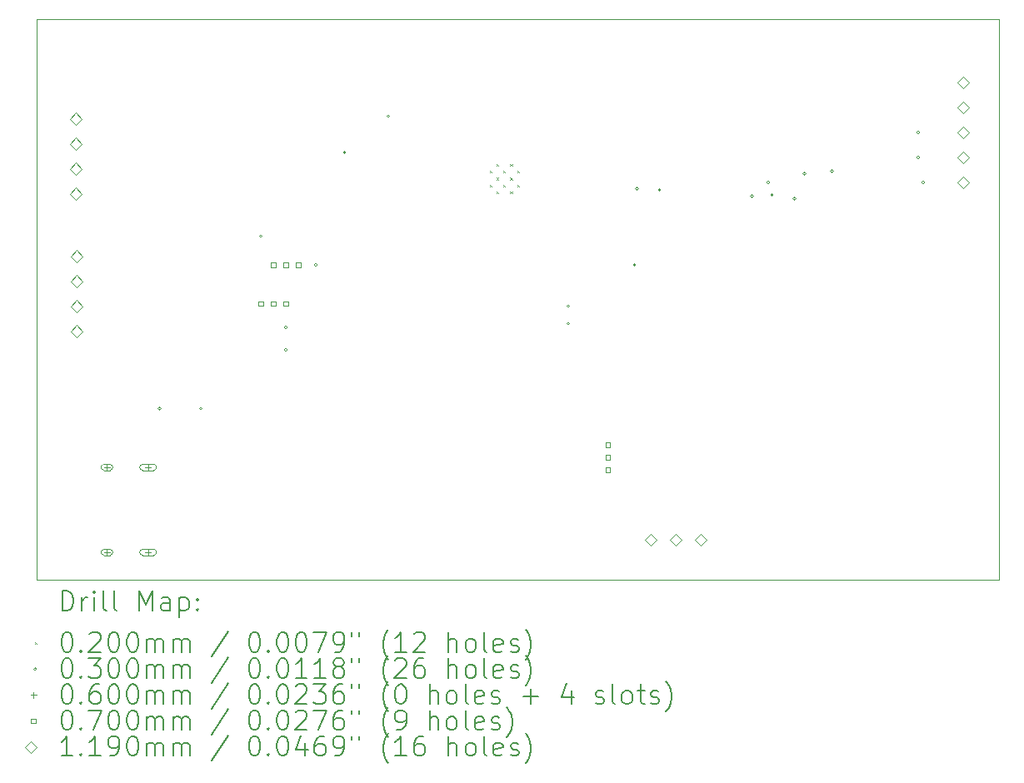
<source format=gbr>
%TF.GenerationSoftware,KiCad,Pcbnew,8.0.5*%
%TF.CreationDate,2024-10-21T21:49:35-05:00*%
%TF.ProjectId,golf_club_draft,676f6c66-5f63-46c7-9562-5f6472616674,rev?*%
%TF.SameCoordinates,Original*%
%TF.FileFunction,Drillmap*%
%TF.FilePolarity,Positive*%
%FSLAX45Y45*%
G04 Gerber Fmt 4.5, Leading zero omitted, Abs format (unit mm)*
G04 Created by KiCad (PCBNEW 8.0.5) date 2024-10-21 21:49:35*
%MOMM*%
%LPD*%
G01*
G04 APERTURE LIST*
%ADD10C,0.050000*%
%ADD11C,0.200000*%
%ADD12C,0.100000*%
%ADD13C,0.119000*%
G04 APERTURE END LIST*
D10*
X11709400Y-4038600D02*
X21488400Y-4038600D01*
X21488400Y-9740900D01*
X11709400Y-9740900D01*
X11709400Y-4038600D01*
D11*
D12*
X16308900Y-5583900D02*
X16328900Y-5603900D01*
X16328900Y-5583900D02*
X16308900Y-5603900D01*
X16308900Y-5723900D02*
X16328900Y-5743900D01*
X16328900Y-5723900D02*
X16308900Y-5743900D01*
X16378900Y-5513900D02*
X16398900Y-5533900D01*
X16398900Y-5513900D02*
X16378900Y-5533900D01*
X16378900Y-5653900D02*
X16398900Y-5673900D01*
X16398900Y-5653900D02*
X16378900Y-5673900D01*
X16378900Y-5793900D02*
X16398900Y-5813900D01*
X16398900Y-5793900D02*
X16378900Y-5813900D01*
X16448900Y-5583900D02*
X16468900Y-5603900D01*
X16468900Y-5583900D02*
X16448900Y-5603900D01*
X16448900Y-5723900D02*
X16468900Y-5743900D01*
X16468900Y-5723900D02*
X16448900Y-5743900D01*
X16518900Y-5513900D02*
X16538900Y-5533900D01*
X16538900Y-5513900D02*
X16518900Y-5533900D01*
X16518900Y-5653900D02*
X16538900Y-5673900D01*
X16538900Y-5653900D02*
X16518900Y-5673900D01*
X16518900Y-5793900D02*
X16538900Y-5813900D01*
X16538900Y-5793900D02*
X16518900Y-5813900D01*
X16588900Y-5583900D02*
X16608900Y-5603900D01*
X16608900Y-5583900D02*
X16588900Y-5603900D01*
X16588900Y-5723900D02*
X16608900Y-5743900D01*
X16608900Y-5723900D02*
X16588900Y-5743900D01*
X12969000Y-8001000D02*
G75*
G02*
X12939000Y-8001000I-15000J0D01*
G01*
X12939000Y-8001000D02*
G75*
G02*
X12969000Y-8001000I15000J0D01*
G01*
X13388100Y-8001000D02*
G75*
G02*
X13358100Y-8001000I-15000J0D01*
G01*
X13358100Y-8001000D02*
G75*
G02*
X13388100Y-8001000I15000J0D01*
G01*
X13997700Y-6248400D02*
G75*
G02*
X13967700Y-6248400I-15000J0D01*
G01*
X13967700Y-6248400D02*
G75*
G02*
X13997700Y-6248400I15000J0D01*
G01*
X14251700Y-7175500D02*
G75*
G02*
X14221700Y-7175500I-15000J0D01*
G01*
X14221700Y-7175500D02*
G75*
G02*
X14251700Y-7175500I15000J0D01*
G01*
X14251700Y-7175500D02*
G75*
G02*
X14221700Y-7175500I-15000J0D01*
G01*
X14221700Y-7175500D02*
G75*
G02*
X14251700Y-7175500I15000J0D01*
G01*
X14251700Y-7175500D02*
G75*
G02*
X14221700Y-7175500I-15000J0D01*
G01*
X14221700Y-7175500D02*
G75*
G02*
X14251700Y-7175500I15000J0D01*
G01*
X14251700Y-7175500D02*
G75*
G02*
X14221700Y-7175500I-15000J0D01*
G01*
X14221700Y-7175500D02*
G75*
G02*
X14251700Y-7175500I15000J0D01*
G01*
X14251700Y-7404100D02*
G75*
G02*
X14221700Y-7404100I-15000J0D01*
G01*
X14221700Y-7404100D02*
G75*
G02*
X14251700Y-7404100I15000J0D01*
G01*
X14556500Y-6540500D02*
G75*
G02*
X14526500Y-6540500I-15000J0D01*
G01*
X14526500Y-6540500D02*
G75*
G02*
X14556500Y-6540500I15000J0D01*
G01*
X14848600Y-5397500D02*
G75*
G02*
X14818600Y-5397500I-15000J0D01*
G01*
X14818600Y-5397500D02*
G75*
G02*
X14848600Y-5397500I15000J0D01*
G01*
X15293100Y-5029200D02*
G75*
G02*
X15263100Y-5029200I-15000J0D01*
G01*
X15263100Y-5029200D02*
G75*
G02*
X15293100Y-5029200I15000J0D01*
G01*
X17121900Y-6959600D02*
G75*
G02*
X17091900Y-6959600I-15000J0D01*
G01*
X17091900Y-6959600D02*
G75*
G02*
X17121900Y-6959600I15000J0D01*
G01*
X17121900Y-7137400D02*
G75*
G02*
X17091900Y-7137400I-15000J0D01*
G01*
X17091900Y-7137400D02*
G75*
G02*
X17121900Y-7137400I15000J0D01*
G01*
X17795000Y-6540500D02*
G75*
G02*
X17765000Y-6540500I-15000J0D01*
G01*
X17765000Y-6540500D02*
G75*
G02*
X17795000Y-6540500I15000J0D01*
G01*
X17795000Y-6540500D02*
G75*
G02*
X17765000Y-6540500I-15000J0D01*
G01*
X17765000Y-6540500D02*
G75*
G02*
X17795000Y-6540500I15000J0D01*
G01*
X17820400Y-5765800D02*
G75*
G02*
X17790400Y-5765800I-15000J0D01*
G01*
X17790400Y-5765800D02*
G75*
G02*
X17820400Y-5765800I15000J0D01*
G01*
X18049000Y-5778500D02*
G75*
G02*
X18019000Y-5778500I-15000J0D01*
G01*
X18019000Y-5778500D02*
G75*
G02*
X18049000Y-5778500I15000J0D01*
G01*
X18988800Y-5842000D02*
G75*
G02*
X18958800Y-5842000I-15000J0D01*
G01*
X18958800Y-5842000D02*
G75*
G02*
X18988800Y-5842000I15000J0D01*
G01*
X19153900Y-5702300D02*
G75*
G02*
X19123900Y-5702300I-15000J0D01*
G01*
X19123900Y-5702300D02*
G75*
G02*
X19153900Y-5702300I15000J0D01*
G01*
X19192000Y-5829300D02*
G75*
G02*
X19162000Y-5829300I-15000J0D01*
G01*
X19162000Y-5829300D02*
G75*
G02*
X19192000Y-5829300I15000J0D01*
G01*
X19420600Y-5867400D02*
G75*
G02*
X19390600Y-5867400I-15000J0D01*
G01*
X19390600Y-5867400D02*
G75*
G02*
X19420600Y-5867400I15000J0D01*
G01*
X19522200Y-5613400D02*
G75*
G02*
X19492200Y-5613400I-15000J0D01*
G01*
X19492200Y-5613400D02*
G75*
G02*
X19522200Y-5613400I15000J0D01*
G01*
X19801600Y-5588000D02*
G75*
G02*
X19771600Y-5588000I-15000J0D01*
G01*
X19771600Y-5588000D02*
G75*
G02*
X19801600Y-5588000I15000J0D01*
G01*
X20677900Y-5194300D02*
G75*
G02*
X20647900Y-5194300I-15000J0D01*
G01*
X20647900Y-5194300D02*
G75*
G02*
X20677900Y-5194300I15000J0D01*
G01*
X20677900Y-5448300D02*
G75*
G02*
X20647900Y-5448300I-15000J0D01*
G01*
X20647900Y-5448300D02*
G75*
G02*
X20677900Y-5448300I15000J0D01*
G01*
X20728700Y-5702300D02*
G75*
G02*
X20698700Y-5702300I-15000J0D01*
G01*
X20698700Y-5702300D02*
G75*
G02*
X20728700Y-5702300I15000J0D01*
G01*
X12421700Y-8567500D02*
X12421700Y-8627500D01*
X12391700Y-8597500D02*
X12451700Y-8597500D01*
X12451700Y-8567500D02*
X12391700Y-8567500D01*
X12391700Y-8627500D02*
G75*
G02*
X12391700Y-8567500I0J30000D01*
G01*
X12391700Y-8627500D02*
X12451700Y-8627500D01*
X12451700Y-8627500D02*
G75*
G03*
X12451700Y-8567500I0J30000D01*
G01*
X12421700Y-9431500D02*
X12421700Y-9491500D01*
X12391700Y-9461500D02*
X12451700Y-9461500D01*
X12451700Y-9431500D02*
X12391700Y-9431500D01*
X12391700Y-9491500D02*
G75*
G02*
X12391700Y-9431500I0J30000D01*
G01*
X12391700Y-9491500D02*
X12451700Y-9491500D01*
X12451700Y-9491500D02*
G75*
G03*
X12451700Y-9431500I0J30000D01*
G01*
X12839700Y-8567500D02*
X12839700Y-8627500D01*
X12809700Y-8597500D02*
X12869700Y-8597500D01*
X12894700Y-8567500D02*
X12784700Y-8567500D01*
X12784700Y-8627500D02*
G75*
G02*
X12784700Y-8567500I0J30000D01*
G01*
X12784700Y-8627500D02*
X12894700Y-8627500D01*
X12894700Y-8627500D02*
G75*
G03*
X12894700Y-8567500I0J30000D01*
G01*
X12839700Y-9431500D02*
X12839700Y-9491500D01*
X12809700Y-9461500D02*
X12869700Y-9461500D01*
X12894700Y-9431500D02*
X12784700Y-9431500D01*
X12784700Y-9491500D02*
G75*
G02*
X12784700Y-9431500I0J30000D01*
G01*
X12784700Y-9491500D02*
X12894700Y-9491500D01*
X12894700Y-9491500D02*
G75*
G03*
X12894700Y-9431500I0J30000D01*
G01*
X14007449Y-6958949D02*
X14007449Y-6909451D01*
X13957951Y-6909451D01*
X13957951Y-6958949D01*
X14007449Y-6958949D01*
X14134449Y-6565249D02*
X14134449Y-6515751D01*
X14084951Y-6515751D01*
X14084951Y-6565249D01*
X14134449Y-6565249D01*
X14134449Y-6958949D02*
X14134449Y-6909451D01*
X14084951Y-6909451D01*
X14084951Y-6958949D01*
X14134449Y-6958949D01*
X14261449Y-6565249D02*
X14261449Y-6515751D01*
X14211951Y-6515751D01*
X14211951Y-6565249D01*
X14261449Y-6565249D01*
X14261449Y-6958949D02*
X14261449Y-6909451D01*
X14211951Y-6909451D01*
X14211951Y-6958949D01*
X14261449Y-6958949D01*
X14388449Y-6565249D02*
X14388449Y-6515751D01*
X14338951Y-6515751D01*
X14338951Y-6565249D01*
X14388449Y-6565249D01*
X17535549Y-8394549D02*
X17535549Y-8345051D01*
X17486051Y-8345051D01*
X17486051Y-8394549D01*
X17535549Y-8394549D01*
X17535549Y-8521549D02*
X17535549Y-8472051D01*
X17486051Y-8472051D01*
X17486051Y-8521549D01*
X17535549Y-8521549D01*
X17535549Y-8648549D02*
X17535549Y-8599051D01*
X17486051Y-8599051D01*
X17486051Y-8648549D01*
X17535549Y-8648549D01*
D13*
X12103100Y-5114100D02*
X12162600Y-5054600D01*
X12103100Y-4995100D01*
X12043600Y-5054600D01*
X12103100Y-5114100D01*
X12103100Y-5368100D02*
X12162600Y-5308600D01*
X12103100Y-5249100D01*
X12043600Y-5308600D01*
X12103100Y-5368100D01*
X12103100Y-5622100D02*
X12162600Y-5562600D01*
X12103100Y-5503100D01*
X12043600Y-5562600D01*
X12103100Y-5622100D01*
X12103100Y-5876100D02*
X12162600Y-5816600D01*
X12103100Y-5757100D01*
X12043600Y-5816600D01*
X12103100Y-5876100D01*
X12115800Y-6511100D02*
X12175300Y-6451600D01*
X12115800Y-6392100D01*
X12056300Y-6451600D01*
X12115800Y-6511100D01*
X12115800Y-6765100D02*
X12175300Y-6705600D01*
X12115800Y-6646100D01*
X12056300Y-6705600D01*
X12115800Y-6765100D01*
X12115800Y-7019100D02*
X12175300Y-6959600D01*
X12115800Y-6900100D01*
X12056300Y-6959600D01*
X12115800Y-7019100D01*
X12115800Y-7273100D02*
X12175300Y-7213600D01*
X12115800Y-7154100D01*
X12056300Y-7213600D01*
X12115800Y-7273100D01*
X17945100Y-9394000D02*
X18004600Y-9334500D01*
X17945100Y-9275000D01*
X17885600Y-9334500D01*
X17945100Y-9394000D01*
X18199100Y-9394000D02*
X18258600Y-9334500D01*
X18199100Y-9275000D01*
X18139600Y-9334500D01*
X18199100Y-9394000D01*
X18453100Y-9394000D02*
X18512600Y-9334500D01*
X18453100Y-9275000D01*
X18393600Y-9334500D01*
X18453100Y-9394000D01*
X21120100Y-4745800D02*
X21179600Y-4686300D01*
X21120100Y-4626800D01*
X21060600Y-4686300D01*
X21120100Y-4745800D01*
X21120100Y-4999800D02*
X21179600Y-4940300D01*
X21120100Y-4880800D01*
X21060600Y-4940300D01*
X21120100Y-4999800D01*
X21120100Y-5253800D02*
X21179600Y-5194300D01*
X21120100Y-5134800D01*
X21060600Y-5194300D01*
X21120100Y-5253800D01*
X21120100Y-5507800D02*
X21179600Y-5448300D01*
X21120100Y-5388800D01*
X21060600Y-5448300D01*
X21120100Y-5507800D01*
X21120100Y-5761800D02*
X21179600Y-5702300D01*
X21120100Y-5642800D01*
X21060600Y-5702300D01*
X21120100Y-5761800D01*
D11*
X11967677Y-10054884D02*
X11967677Y-9854884D01*
X11967677Y-9854884D02*
X12015296Y-9854884D01*
X12015296Y-9854884D02*
X12043867Y-9864408D01*
X12043867Y-9864408D02*
X12062915Y-9883455D01*
X12062915Y-9883455D02*
X12072439Y-9902503D01*
X12072439Y-9902503D02*
X12081962Y-9940598D01*
X12081962Y-9940598D02*
X12081962Y-9969170D01*
X12081962Y-9969170D02*
X12072439Y-10007265D01*
X12072439Y-10007265D02*
X12062915Y-10026312D01*
X12062915Y-10026312D02*
X12043867Y-10045360D01*
X12043867Y-10045360D02*
X12015296Y-10054884D01*
X12015296Y-10054884D02*
X11967677Y-10054884D01*
X12167677Y-10054884D02*
X12167677Y-9921550D01*
X12167677Y-9959646D02*
X12177201Y-9940598D01*
X12177201Y-9940598D02*
X12186724Y-9931074D01*
X12186724Y-9931074D02*
X12205772Y-9921550D01*
X12205772Y-9921550D02*
X12224820Y-9921550D01*
X12291486Y-10054884D02*
X12291486Y-9921550D01*
X12291486Y-9854884D02*
X12281962Y-9864408D01*
X12281962Y-9864408D02*
X12291486Y-9873931D01*
X12291486Y-9873931D02*
X12301010Y-9864408D01*
X12301010Y-9864408D02*
X12291486Y-9854884D01*
X12291486Y-9854884D02*
X12291486Y-9873931D01*
X12415296Y-10054884D02*
X12396248Y-10045360D01*
X12396248Y-10045360D02*
X12386724Y-10026312D01*
X12386724Y-10026312D02*
X12386724Y-9854884D01*
X12520058Y-10054884D02*
X12501010Y-10045360D01*
X12501010Y-10045360D02*
X12491486Y-10026312D01*
X12491486Y-10026312D02*
X12491486Y-9854884D01*
X12748629Y-10054884D02*
X12748629Y-9854884D01*
X12748629Y-9854884D02*
X12815296Y-9997741D01*
X12815296Y-9997741D02*
X12881962Y-9854884D01*
X12881962Y-9854884D02*
X12881962Y-10054884D01*
X13062915Y-10054884D02*
X13062915Y-9950122D01*
X13062915Y-9950122D02*
X13053391Y-9931074D01*
X13053391Y-9931074D02*
X13034343Y-9921550D01*
X13034343Y-9921550D02*
X12996248Y-9921550D01*
X12996248Y-9921550D02*
X12977201Y-9931074D01*
X13062915Y-10045360D02*
X13043867Y-10054884D01*
X13043867Y-10054884D02*
X12996248Y-10054884D01*
X12996248Y-10054884D02*
X12977201Y-10045360D01*
X12977201Y-10045360D02*
X12967677Y-10026312D01*
X12967677Y-10026312D02*
X12967677Y-10007265D01*
X12967677Y-10007265D02*
X12977201Y-9988217D01*
X12977201Y-9988217D02*
X12996248Y-9978693D01*
X12996248Y-9978693D02*
X13043867Y-9978693D01*
X13043867Y-9978693D02*
X13062915Y-9969170D01*
X13158153Y-9921550D02*
X13158153Y-10121550D01*
X13158153Y-9931074D02*
X13177201Y-9921550D01*
X13177201Y-9921550D02*
X13215296Y-9921550D01*
X13215296Y-9921550D02*
X13234343Y-9931074D01*
X13234343Y-9931074D02*
X13243867Y-9940598D01*
X13243867Y-9940598D02*
X13253391Y-9959646D01*
X13253391Y-9959646D02*
X13253391Y-10016789D01*
X13253391Y-10016789D02*
X13243867Y-10035836D01*
X13243867Y-10035836D02*
X13234343Y-10045360D01*
X13234343Y-10045360D02*
X13215296Y-10054884D01*
X13215296Y-10054884D02*
X13177201Y-10054884D01*
X13177201Y-10054884D02*
X13158153Y-10045360D01*
X13339105Y-10035836D02*
X13348629Y-10045360D01*
X13348629Y-10045360D02*
X13339105Y-10054884D01*
X13339105Y-10054884D02*
X13329582Y-10045360D01*
X13329582Y-10045360D02*
X13339105Y-10035836D01*
X13339105Y-10035836D02*
X13339105Y-10054884D01*
X13339105Y-9931074D02*
X13348629Y-9940598D01*
X13348629Y-9940598D02*
X13339105Y-9950122D01*
X13339105Y-9950122D02*
X13329582Y-9940598D01*
X13329582Y-9940598D02*
X13339105Y-9931074D01*
X13339105Y-9931074D02*
X13339105Y-9950122D01*
D12*
X11686900Y-10373400D02*
X11706900Y-10393400D01*
X11706900Y-10373400D02*
X11686900Y-10393400D01*
D11*
X12005772Y-10274884D02*
X12024820Y-10274884D01*
X12024820Y-10274884D02*
X12043867Y-10284408D01*
X12043867Y-10284408D02*
X12053391Y-10293931D01*
X12053391Y-10293931D02*
X12062915Y-10312979D01*
X12062915Y-10312979D02*
X12072439Y-10351074D01*
X12072439Y-10351074D02*
X12072439Y-10398693D01*
X12072439Y-10398693D02*
X12062915Y-10436789D01*
X12062915Y-10436789D02*
X12053391Y-10455836D01*
X12053391Y-10455836D02*
X12043867Y-10465360D01*
X12043867Y-10465360D02*
X12024820Y-10474884D01*
X12024820Y-10474884D02*
X12005772Y-10474884D01*
X12005772Y-10474884D02*
X11986724Y-10465360D01*
X11986724Y-10465360D02*
X11977201Y-10455836D01*
X11977201Y-10455836D02*
X11967677Y-10436789D01*
X11967677Y-10436789D02*
X11958153Y-10398693D01*
X11958153Y-10398693D02*
X11958153Y-10351074D01*
X11958153Y-10351074D02*
X11967677Y-10312979D01*
X11967677Y-10312979D02*
X11977201Y-10293931D01*
X11977201Y-10293931D02*
X11986724Y-10284408D01*
X11986724Y-10284408D02*
X12005772Y-10274884D01*
X12158153Y-10455836D02*
X12167677Y-10465360D01*
X12167677Y-10465360D02*
X12158153Y-10474884D01*
X12158153Y-10474884D02*
X12148629Y-10465360D01*
X12148629Y-10465360D02*
X12158153Y-10455836D01*
X12158153Y-10455836D02*
X12158153Y-10474884D01*
X12243867Y-10293931D02*
X12253391Y-10284408D01*
X12253391Y-10284408D02*
X12272439Y-10274884D01*
X12272439Y-10274884D02*
X12320058Y-10274884D01*
X12320058Y-10274884D02*
X12339105Y-10284408D01*
X12339105Y-10284408D02*
X12348629Y-10293931D01*
X12348629Y-10293931D02*
X12358153Y-10312979D01*
X12358153Y-10312979D02*
X12358153Y-10332027D01*
X12358153Y-10332027D02*
X12348629Y-10360598D01*
X12348629Y-10360598D02*
X12234343Y-10474884D01*
X12234343Y-10474884D02*
X12358153Y-10474884D01*
X12481962Y-10274884D02*
X12501010Y-10274884D01*
X12501010Y-10274884D02*
X12520058Y-10284408D01*
X12520058Y-10284408D02*
X12529582Y-10293931D01*
X12529582Y-10293931D02*
X12539105Y-10312979D01*
X12539105Y-10312979D02*
X12548629Y-10351074D01*
X12548629Y-10351074D02*
X12548629Y-10398693D01*
X12548629Y-10398693D02*
X12539105Y-10436789D01*
X12539105Y-10436789D02*
X12529582Y-10455836D01*
X12529582Y-10455836D02*
X12520058Y-10465360D01*
X12520058Y-10465360D02*
X12501010Y-10474884D01*
X12501010Y-10474884D02*
X12481962Y-10474884D01*
X12481962Y-10474884D02*
X12462915Y-10465360D01*
X12462915Y-10465360D02*
X12453391Y-10455836D01*
X12453391Y-10455836D02*
X12443867Y-10436789D01*
X12443867Y-10436789D02*
X12434343Y-10398693D01*
X12434343Y-10398693D02*
X12434343Y-10351074D01*
X12434343Y-10351074D02*
X12443867Y-10312979D01*
X12443867Y-10312979D02*
X12453391Y-10293931D01*
X12453391Y-10293931D02*
X12462915Y-10284408D01*
X12462915Y-10284408D02*
X12481962Y-10274884D01*
X12672439Y-10274884D02*
X12691486Y-10274884D01*
X12691486Y-10274884D02*
X12710534Y-10284408D01*
X12710534Y-10284408D02*
X12720058Y-10293931D01*
X12720058Y-10293931D02*
X12729582Y-10312979D01*
X12729582Y-10312979D02*
X12739105Y-10351074D01*
X12739105Y-10351074D02*
X12739105Y-10398693D01*
X12739105Y-10398693D02*
X12729582Y-10436789D01*
X12729582Y-10436789D02*
X12720058Y-10455836D01*
X12720058Y-10455836D02*
X12710534Y-10465360D01*
X12710534Y-10465360D02*
X12691486Y-10474884D01*
X12691486Y-10474884D02*
X12672439Y-10474884D01*
X12672439Y-10474884D02*
X12653391Y-10465360D01*
X12653391Y-10465360D02*
X12643867Y-10455836D01*
X12643867Y-10455836D02*
X12634343Y-10436789D01*
X12634343Y-10436789D02*
X12624820Y-10398693D01*
X12624820Y-10398693D02*
X12624820Y-10351074D01*
X12624820Y-10351074D02*
X12634343Y-10312979D01*
X12634343Y-10312979D02*
X12643867Y-10293931D01*
X12643867Y-10293931D02*
X12653391Y-10284408D01*
X12653391Y-10284408D02*
X12672439Y-10274884D01*
X12824820Y-10474884D02*
X12824820Y-10341550D01*
X12824820Y-10360598D02*
X12834343Y-10351074D01*
X12834343Y-10351074D02*
X12853391Y-10341550D01*
X12853391Y-10341550D02*
X12881963Y-10341550D01*
X12881963Y-10341550D02*
X12901010Y-10351074D01*
X12901010Y-10351074D02*
X12910534Y-10370122D01*
X12910534Y-10370122D02*
X12910534Y-10474884D01*
X12910534Y-10370122D02*
X12920058Y-10351074D01*
X12920058Y-10351074D02*
X12939105Y-10341550D01*
X12939105Y-10341550D02*
X12967677Y-10341550D01*
X12967677Y-10341550D02*
X12986724Y-10351074D01*
X12986724Y-10351074D02*
X12996248Y-10370122D01*
X12996248Y-10370122D02*
X12996248Y-10474884D01*
X13091486Y-10474884D02*
X13091486Y-10341550D01*
X13091486Y-10360598D02*
X13101010Y-10351074D01*
X13101010Y-10351074D02*
X13120058Y-10341550D01*
X13120058Y-10341550D02*
X13148629Y-10341550D01*
X13148629Y-10341550D02*
X13167677Y-10351074D01*
X13167677Y-10351074D02*
X13177201Y-10370122D01*
X13177201Y-10370122D02*
X13177201Y-10474884D01*
X13177201Y-10370122D02*
X13186724Y-10351074D01*
X13186724Y-10351074D02*
X13205772Y-10341550D01*
X13205772Y-10341550D02*
X13234343Y-10341550D01*
X13234343Y-10341550D02*
X13253391Y-10351074D01*
X13253391Y-10351074D02*
X13262915Y-10370122D01*
X13262915Y-10370122D02*
X13262915Y-10474884D01*
X13653391Y-10265360D02*
X13481963Y-10522503D01*
X13910534Y-10274884D02*
X13929582Y-10274884D01*
X13929582Y-10274884D02*
X13948629Y-10284408D01*
X13948629Y-10284408D02*
X13958153Y-10293931D01*
X13958153Y-10293931D02*
X13967677Y-10312979D01*
X13967677Y-10312979D02*
X13977201Y-10351074D01*
X13977201Y-10351074D02*
X13977201Y-10398693D01*
X13977201Y-10398693D02*
X13967677Y-10436789D01*
X13967677Y-10436789D02*
X13958153Y-10455836D01*
X13958153Y-10455836D02*
X13948629Y-10465360D01*
X13948629Y-10465360D02*
X13929582Y-10474884D01*
X13929582Y-10474884D02*
X13910534Y-10474884D01*
X13910534Y-10474884D02*
X13891486Y-10465360D01*
X13891486Y-10465360D02*
X13881963Y-10455836D01*
X13881963Y-10455836D02*
X13872439Y-10436789D01*
X13872439Y-10436789D02*
X13862915Y-10398693D01*
X13862915Y-10398693D02*
X13862915Y-10351074D01*
X13862915Y-10351074D02*
X13872439Y-10312979D01*
X13872439Y-10312979D02*
X13881963Y-10293931D01*
X13881963Y-10293931D02*
X13891486Y-10284408D01*
X13891486Y-10284408D02*
X13910534Y-10274884D01*
X14062915Y-10455836D02*
X14072439Y-10465360D01*
X14072439Y-10465360D02*
X14062915Y-10474884D01*
X14062915Y-10474884D02*
X14053391Y-10465360D01*
X14053391Y-10465360D02*
X14062915Y-10455836D01*
X14062915Y-10455836D02*
X14062915Y-10474884D01*
X14196248Y-10274884D02*
X14215296Y-10274884D01*
X14215296Y-10274884D02*
X14234344Y-10284408D01*
X14234344Y-10284408D02*
X14243867Y-10293931D01*
X14243867Y-10293931D02*
X14253391Y-10312979D01*
X14253391Y-10312979D02*
X14262915Y-10351074D01*
X14262915Y-10351074D02*
X14262915Y-10398693D01*
X14262915Y-10398693D02*
X14253391Y-10436789D01*
X14253391Y-10436789D02*
X14243867Y-10455836D01*
X14243867Y-10455836D02*
X14234344Y-10465360D01*
X14234344Y-10465360D02*
X14215296Y-10474884D01*
X14215296Y-10474884D02*
X14196248Y-10474884D01*
X14196248Y-10474884D02*
X14177201Y-10465360D01*
X14177201Y-10465360D02*
X14167677Y-10455836D01*
X14167677Y-10455836D02*
X14158153Y-10436789D01*
X14158153Y-10436789D02*
X14148629Y-10398693D01*
X14148629Y-10398693D02*
X14148629Y-10351074D01*
X14148629Y-10351074D02*
X14158153Y-10312979D01*
X14158153Y-10312979D02*
X14167677Y-10293931D01*
X14167677Y-10293931D02*
X14177201Y-10284408D01*
X14177201Y-10284408D02*
X14196248Y-10274884D01*
X14386725Y-10274884D02*
X14405772Y-10274884D01*
X14405772Y-10274884D02*
X14424820Y-10284408D01*
X14424820Y-10284408D02*
X14434344Y-10293931D01*
X14434344Y-10293931D02*
X14443867Y-10312979D01*
X14443867Y-10312979D02*
X14453391Y-10351074D01*
X14453391Y-10351074D02*
X14453391Y-10398693D01*
X14453391Y-10398693D02*
X14443867Y-10436789D01*
X14443867Y-10436789D02*
X14434344Y-10455836D01*
X14434344Y-10455836D02*
X14424820Y-10465360D01*
X14424820Y-10465360D02*
X14405772Y-10474884D01*
X14405772Y-10474884D02*
X14386725Y-10474884D01*
X14386725Y-10474884D02*
X14367677Y-10465360D01*
X14367677Y-10465360D02*
X14358153Y-10455836D01*
X14358153Y-10455836D02*
X14348629Y-10436789D01*
X14348629Y-10436789D02*
X14339106Y-10398693D01*
X14339106Y-10398693D02*
X14339106Y-10351074D01*
X14339106Y-10351074D02*
X14348629Y-10312979D01*
X14348629Y-10312979D02*
X14358153Y-10293931D01*
X14358153Y-10293931D02*
X14367677Y-10284408D01*
X14367677Y-10284408D02*
X14386725Y-10274884D01*
X14520058Y-10274884D02*
X14653391Y-10274884D01*
X14653391Y-10274884D02*
X14567677Y-10474884D01*
X14739106Y-10474884D02*
X14777201Y-10474884D01*
X14777201Y-10474884D02*
X14796248Y-10465360D01*
X14796248Y-10465360D02*
X14805772Y-10455836D01*
X14805772Y-10455836D02*
X14824820Y-10427265D01*
X14824820Y-10427265D02*
X14834344Y-10389170D01*
X14834344Y-10389170D02*
X14834344Y-10312979D01*
X14834344Y-10312979D02*
X14824820Y-10293931D01*
X14824820Y-10293931D02*
X14815296Y-10284408D01*
X14815296Y-10284408D02*
X14796248Y-10274884D01*
X14796248Y-10274884D02*
X14758153Y-10274884D01*
X14758153Y-10274884D02*
X14739106Y-10284408D01*
X14739106Y-10284408D02*
X14729582Y-10293931D01*
X14729582Y-10293931D02*
X14720058Y-10312979D01*
X14720058Y-10312979D02*
X14720058Y-10360598D01*
X14720058Y-10360598D02*
X14729582Y-10379646D01*
X14729582Y-10379646D02*
X14739106Y-10389170D01*
X14739106Y-10389170D02*
X14758153Y-10398693D01*
X14758153Y-10398693D02*
X14796248Y-10398693D01*
X14796248Y-10398693D02*
X14815296Y-10389170D01*
X14815296Y-10389170D02*
X14824820Y-10379646D01*
X14824820Y-10379646D02*
X14834344Y-10360598D01*
X14910534Y-10274884D02*
X14910534Y-10312979D01*
X14986725Y-10274884D02*
X14986725Y-10312979D01*
X15281963Y-10551074D02*
X15272439Y-10541550D01*
X15272439Y-10541550D02*
X15253391Y-10512979D01*
X15253391Y-10512979D02*
X15243868Y-10493931D01*
X15243868Y-10493931D02*
X15234344Y-10465360D01*
X15234344Y-10465360D02*
X15224820Y-10417741D01*
X15224820Y-10417741D02*
X15224820Y-10379646D01*
X15224820Y-10379646D02*
X15234344Y-10332027D01*
X15234344Y-10332027D02*
X15243868Y-10303455D01*
X15243868Y-10303455D02*
X15253391Y-10284408D01*
X15253391Y-10284408D02*
X15272439Y-10255836D01*
X15272439Y-10255836D02*
X15281963Y-10246312D01*
X15462915Y-10474884D02*
X15348629Y-10474884D01*
X15405772Y-10474884D02*
X15405772Y-10274884D01*
X15405772Y-10274884D02*
X15386725Y-10303455D01*
X15386725Y-10303455D02*
X15367677Y-10322503D01*
X15367677Y-10322503D02*
X15348629Y-10332027D01*
X15539106Y-10293931D02*
X15548629Y-10284408D01*
X15548629Y-10284408D02*
X15567677Y-10274884D01*
X15567677Y-10274884D02*
X15615296Y-10274884D01*
X15615296Y-10274884D02*
X15634344Y-10284408D01*
X15634344Y-10284408D02*
X15643868Y-10293931D01*
X15643868Y-10293931D02*
X15653391Y-10312979D01*
X15653391Y-10312979D02*
X15653391Y-10332027D01*
X15653391Y-10332027D02*
X15643868Y-10360598D01*
X15643868Y-10360598D02*
X15529582Y-10474884D01*
X15529582Y-10474884D02*
X15653391Y-10474884D01*
X15891487Y-10474884D02*
X15891487Y-10274884D01*
X15977201Y-10474884D02*
X15977201Y-10370122D01*
X15977201Y-10370122D02*
X15967677Y-10351074D01*
X15967677Y-10351074D02*
X15948630Y-10341550D01*
X15948630Y-10341550D02*
X15920058Y-10341550D01*
X15920058Y-10341550D02*
X15901010Y-10351074D01*
X15901010Y-10351074D02*
X15891487Y-10360598D01*
X16101010Y-10474884D02*
X16081963Y-10465360D01*
X16081963Y-10465360D02*
X16072439Y-10455836D01*
X16072439Y-10455836D02*
X16062915Y-10436789D01*
X16062915Y-10436789D02*
X16062915Y-10379646D01*
X16062915Y-10379646D02*
X16072439Y-10360598D01*
X16072439Y-10360598D02*
X16081963Y-10351074D01*
X16081963Y-10351074D02*
X16101010Y-10341550D01*
X16101010Y-10341550D02*
X16129582Y-10341550D01*
X16129582Y-10341550D02*
X16148630Y-10351074D01*
X16148630Y-10351074D02*
X16158153Y-10360598D01*
X16158153Y-10360598D02*
X16167677Y-10379646D01*
X16167677Y-10379646D02*
X16167677Y-10436789D01*
X16167677Y-10436789D02*
X16158153Y-10455836D01*
X16158153Y-10455836D02*
X16148630Y-10465360D01*
X16148630Y-10465360D02*
X16129582Y-10474884D01*
X16129582Y-10474884D02*
X16101010Y-10474884D01*
X16281963Y-10474884D02*
X16262915Y-10465360D01*
X16262915Y-10465360D02*
X16253391Y-10446312D01*
X16253391Y-10446312D02*
X16253391Y-10274884D01*
X16434344Y-10465360D02*
X16415296Y-10474884D01*
X16415296Y-10474884D02*
X16377201Y-10474884D01*
X16377201Y-10474884D02*
X16358153Y-10465360D01*
X16358153Y-10465360D02*
X16348630Y-10446312D01*
X16348630Y-10446312D02*
X16348630Y-10370122D01*
X16348630Y-10370122D02*
X16358153Y-10351074D01*
X16358153Y-10351074D02*
X16377201Y-10341550D01*
X16377201Y-10341550D02*
X16415296Y-10341550D01*
X16415296Y-10341550D02*
X16434344Y-10351074D01*
X16434344Y-10351074D02*
X16443868Y-10370122D01*
X16443868Y-10370122D02*
X16443868Y-10389170D01*
X16443868Y-10389170D02*
X16348630Y-10408217D01*
X16520058Y-10465360D02*
X16539106Y-10474884D01*
X16539106Y-10474884D02*
X16577201Y-10474884D01*
X16577201Y-10474884D02*
X16596249Y-10465360D01*
X16596249Y-10465360D02*
X16605772Y-10446312D01*
X16605772Y-10446312D02*
X16605772Y-10436789D01*
X16605772Y-10436789D02*
X16596249Y-10417741D01*
X16596249Y-10417741D02*
X16577201Y-10408217D01*
X16577201Y-10408217D02*
X16548630Y-10408217D01*
X16548630Y-10408217D02*
X16529582Y-10398693D01*
X16529582Y-10398693D02*
X16520058Y-10379646D01*
X16520058Y-10379646D02*
X16520058Y-10370122D01*
X16520058Y-10370122D02*
X16529582Y-10351074D01*
X16529582Y-10351074D02*
X16548630Y-10341550D01*
X16548630Y-10341550D02*
X16577201Y-10341550D01*
X16577201Y-10341550D02*
X16596249Y-10351074D01*
X16672439Y-10551074D02*
X16681963Y-10541550D01*
X16681963Y-10541550D02*
X16701011Y-10512979D01*
X16701011Y-10512979D02*
X16710534Y-10493931D01*
X16710534Y-10493931D02*
X16720058Y-10465360D01*
X16720058Y-10465360D02*
X16729582Y-10417741D01*
X16729582Y-10417741D02*
X16729582Y-10379646D01*
X16729582Y-10379646D02*
X16720058Y-10332027D01*
X16720058Y-10332027D02*
X16710534Y-10303455D01*
X16710534Y-10303455D02*
X16701011Y-10284408D01*
X16701011Y-10284408D02*
X16681963Y-10255836D01*
X16681963Y-10255836D02*
X16672439Y-10246312D01*
D12*
X11706900Y-10647400D02*
G75*
G02*
X11676900Y-10647400I-15000J0D01*
G01*
X11676900Y-10647400D02*
G75*
G02*
X11706900Y-10647400I15000J0D01*
G01*
D11*
X12005772Y-10538884D02*
X12024820Y-10538884D01*
X12024820Y-10538884D02*
X12043867Y-10548408D01*
X12043867Y-10548408D02*
X12053391Y-10557931D01*
X12053391Y-10557931D02*
X12062915Y-10576979D01*
X12062915Y-10576979D02*
X12072439Y-10615074D01*
X12072439Y-10615074D02*
X12072439Y-10662693D01*
X12072439Y-10662693D02*
X12062915Y-10700789D01*
X12062915Y-10700789D02*
X12053391Y-10719836D01*
X12053391Y-10719836D02*
X12043867Y-10729360D01*
X12043867Y-10729360D02*
X12024820Y-10738884D01*
X12024820Y-10738884D02*
X12005772Y-10738884D01*
X12005772Y-10738884D02*
X11986724Y-10729360D01*
X11986724Y-10729360D02*
X11977201Y-10719836D01*
X11977201Y-10719836D02*
X11967677Y-10700789D01*
X11967677Y-10700789D02*
X11958153Y-10662693D01*
X11958153Y-10662693D02*
X11958153Y-10615074D01*
X11958153Y-10615074D02*
X11967677Y-10576979D01*
X11967677Y-10576979D02*
X11977201Y-10557931D01*
X11977201Y-10557931D02*
X11986724Y-10548408D01*
X11986724Y-10548408D02*
X12005772Y-10538884D01*
X12158153Y-10719836D02*
X12167677Y-10729360D01*
X12167677Y-10729360D02*
X12158153Y-10738884D01*
X12158153Y-10738884D02*
X12148629Y-10729360D01*
X12148629Y-10729360D02*
X12158153Y-10719836D01*
X12158153Y-10719836D02*
X12158153Y-10738884D01*
X12234343Y-10538884D02*
X12358153Y-10538884D01*
X12358153Y-10538884D02*
X12291486Y-10615074D01*
X12291486Y-10615074D02*
X12320058Y-10615074D01*
X12320058Y-10615074D02*
X12339105Y-10624598D01*
X12339105Y-10624598D02*
X12348629Y-10634122D01*
X12348629Y-10634122D02*
X12358153Y-10653170D01*
X12358153Y-10653170D02*
X12358153Y-10700789D01*
X12358153Y-10700789D02*
X12348629Y-10719836D01*
X12348629Y-10719836D02*
X12339105Y-10729360D01*
X12339105Y-10729360D02*
X12320058Y-10738884D01*
X12320058Y-10738884D02*
X12262915Y-10738884D01*
X12262915Y-10738884D02*
X12243867Y-10729360D01*
X12243867Y-10729360D02*
X12234343Y-10719836D01*
X12481962Y-10538884D02*
X12501010Y-10538884D01*
X12501010Y-10538884D02*
X12520058Y-10548408D01*
X12520058Y-10548408D02*
X12529582Y-10557931D01*
X12529582Y-10557931D02*
X12539105Y-10576979D01*
X12539105Y-10576979D02*
X12548629Y-10615074D01*
X12548629Y-10615074D02*
X12548629Y-10662693D01*
X12548629Y-10662693D02*
X12539105Y-10700789D01*
X12539105Y-10700789D02*
X12529582Y-10719836D01*
X12529582Y-10719836D02*
X12520058Y-10729360D01*
X12520058Y-10729360D02*
X12501010Y-10738884D01*
X12501010Y-10738884D02*
X12481962Y-10738884D01*
X12481962Y-10738884D02*
X12462915Y-10729360D01*
X12462915Y-10729360D02*
X12453391Y-10719836D01*
X12453391Y-10719836D02*
X12443867Y-10700789D01*
X12443867Y-10700789D02*
X12434343Y-10662693D01*
X12434343Y-10662693D02*
X12434343Y-10615074D01*
X12434343Y-10615074D02*
X12443867Y-10576979D01*
X12443867Y-10576979D02*
X12453391Y-10557931D01*
X12453391Y-10557931D02*
X12462915Y-10548408D01*
X12462915Y-10548408D02*
X12481962Y-10538884D01*
X12672439Y-10538884D02*
X12691486Y-10538884D01*
X12691486Y-10538884D02*
X12710534Y-10548408D01*
X12710534Y-10548408D02*
X12720058Y-10557931D01*
X12720058Y-10557931D02*
X12729582Y-10576979D01*
X12729582Y-10576979D02*
X12739105Y-10615074D01*
X12739105Y-10615074D02*
X12739105Y-10662693D01*
X12739105Y-10662693D02*
X12729582Y-10700789D01*
X12729582Y-10700789D02*
X12720058Y-10719836D01*
X12720058Y-10719836D02*
X12710534Y-10729360D01*
X12710534Y-10729360D02*
X12691486Y-10738884D01*
X12691486Y-10738884D02*
X12672439Y-10738884D01*
X12672439Y-10738884D02*
X12653391Y-10729360D01*
X12653391Y-10729360D02*
X12643867Y-10719836D01*
X12643867Y-10719836D02*
X12634343Y-10700789D01*
X12634343Y-10700789D02*
X12624820Y-10662693D01*
X12624820Y-10662693D02*
X12624820Y-10615074D01*
X12624820Y-10615074D02*
X12634343Y-10576979D01*
X12634343Y-10576979D02*
X12643867Y-10557931D01*
X12643867Y-10557931D02*
X12653391Y-10548408D01*
X12653391Y-10548408D02*
X12672439Y-10538884D01*
X12824820Y-10738884D02*
X12824820Y-10605550D01*
X12824820Y-10624598D02*
X12834343Y-10615074D01*
X12834343Y-10615074D02*
X12853391Y-10605550D01*
X12853391Y-10605550D02*
X12881963Y-10605550D01*
X12881963Y-10605550D02*
X12901010Y-10615074D01*
X12901010Y-10615074D02*
X12910534Y-10634122D01*
X12910534Y-10634122D02*
X12910534Y-10738884D01*
X12910534Y-10634122D02*
X12920058Y-10615074D01*
X12920058Y-10615074D02*
X12939105Y-10605550D01*
X12939105Y-10605550D02*
X12967677Y-10605550D01*
X12967677Y-10605550D02*
X12986724Y-10615074D01*
X12986724Y-10615074D02*
X12996248Y-10634122D01*
X12996248Y-10634122D02*
X12996248Y-10738884D01*
X13091486Y-10738884D02*
X13091486Y-10605550D01*
X13091486Y-10624598D02*
X13101010Y-10615074D01*
X13101010Y-10615074D02*
X13120058Y-10605550D01*
X13120058Y-10605550D02*
X13148629Y-10605550D01*
X13148629Y-10605550D02*
X13167677Y-10615074D01*
X13167677Y-10615074D02*
X13177201Y-10634122D01*
X13177201Y-10634122D02*
X13177201Y-10738884D01*
X13177201Y-10634122D02*
X13186724Y-10615074D01*
X13186724Y-10615074D02*
X13205772Y-10605550D01*
X13205772Y-10605550D02*
X13234343Y-10605550D01*
X13234343Y-10605550D02*
X13253391Y-10615074D01*
X13253391Y-10615074D02*
X13262915Y-10634122D01*
X13262915Y-10634122D02*
X13262915Y-10738884D01*
X13653391Y-10529360D02*
X13481963Y-10786503D01*
X13910534Y-10538884D02*
X13929582Y-10538884D01*
X13929582Y-10538884D02*
X13948629Y-10548408D01*
X13948629Y-10548408D02*
X13958153Y-10557931D01*
X13958153Y-10557931D02*
X13967677Y-10576979D01*
X13967677Y-10576979D02*
X13977201Y-10615074D01*
X13977201Y-10615074D02*
X13977201Y-10662693D01*
X13977201Y-10662693D02*
X13967677Y-10700789D01*
X13967677Y-10700789D02*
X13958153Y-10719836D01*
X13958153Y-10719836D02*
X13948629Y-10729360D01*
X13948629Y-10729360D02*
X13929582Y-10738884D01*
X13929582Y-10738884D02*
X13910534Y-10738884D01*
X13910534Y-10738884D02*
X13891486Y-10729360D01*
X13891486Y-10729360D02*
X13881963Y-10719836D01*
X13881963Y-10719836D02*
X13872439Y-10700789D01*
X13872439Y-10700789D02*
X13862915Y-10662693D01*
X13862915Y-10662693D02*
X13862915Y-10615074D01*
X13862915Y-10615074D02*
X13872439Y-10576979D01*
X13872439Y-10576979D02*
X13881963Y-10557931D01*
X13881963Y-10557931D02*
X13891486Y-10548408D01*
X13891486Y-10548408D02*
X13910534Y-10538884D01*
X14062915Y-10719836D02*
X14072439Y-10729360D01*
X14072439Y-10729360D02*
X14062915Y-10738884D01*
X14062915Y-10738884D02*
X14053391Y-10729360D01*
X14053391Y-10729360D02*
X14062915Y-10719836D01*
X14062915Y-10719836D02*
X14062915Y-10738884D01*
X14196248Y-10538884D02*
X14215296Y-10538884D01*
X14215296Y-10538884D02*
X14234344Y-10548408D01*
X14234344Y-10548408D02*
X14243867Y-10557931D01*
X14243867Y-10557931D02*
X14253391Y-10576979D01*
X14253391Y-10576979D02*
X14262915Y-10615074D01*
X14262915Y-10615074D02*
X14262915Y-10662693D01*
X14262915Y-10662693D02*
X14253391Y-10700789D01*
X14253391Y-10700789D02*
X14243867Y-10719836D01*
X14243867Y-10719836D02*
X14234344Y-10729360D01*
X14234344Y-10729360D02*
X14215296Y-10738884D01*
X14215296Y-10738884D02*
X14196248Y-10738884D01*
X14196248Y-10738884D02*
X14177201Y-10729360D01*
X14177201Y-10729360D02*
X14167677Y-10719836D01*
X14167677Y-10719836D02*
X14158153Y-10700789D01*
X14158153Y-10700789D02*
X14148629Y-10662693D01*
X14148629Y-10662693D02*
X14148629Y-10615074D01*
X14148629Y-10615074D02*
X14158153Y-10576979D01*
X14158153Y-10576979D02*
X14167677Y-10557931D01*
X14167677Y-10557931D02*
X14177201Y-10548408D01*
X14177201Y-10548408D02*
X14196248Y-10538884D01*
X14453391Y-10738884D02*
X14339106Y-10738884D01*
X14396248Y-10738884D02*
X14396248Y-10538884D01*
X14396248Y-10538884D02*
X14377201Y-10567455D01*
X14377201Y-10567455D02*
X14358153Y-10586503D01*
X14358153Y-10586503D02*
X14339106Y-10596027D01*
X14643867Y-10738884D02*
X14529582Y-10738884D01*
X14586725Y-10738884D02*
X14586725Y-10538884D01*
X14586725Y-10538884D02*
X14567677Y-10567455D01*
X14567677Y-10567455D02*
X14548629Y-10586503D01*
X14548629Y-10586503D02*
X14529582Y-10596027D01*
X14758153Y-10624598D02*
X14739106Y-10615074D01*
X14739106Y-10615074D02*
X14729582Y-10605550D01*
X14729582Y-10605550D02*
X14720058Y-10586503D01*
X14720058Y-10586503D02*
X14720058Y-10576979D01*
X14720058Y-10576979D02*
X14729582Y-10557931D01*
X14729582Y-10557931D02*
X14739106Y-10548408D01*
X14739106Y-10548408D02*
X14758153Y-10538884D01*
X14758153Y-10538884D02*
X14796248Y-10538884D01*
X14796248Y-10538884D02*
X14815296Y-10548408D01*
X14815296Y-10548408D02*
X14824820Y-10557931D01*
X14824820Y-10557931D02*
X14834344Y-10576979D01*
X14834344Y-10576979D02*
X14834344Y-10586503D01*
X14834344Y-10586503D02*
X14824820Y-10605550D01*
X14824820Y-10605550D02*
X14815296Y-10615074D01*
X14815296Y-10615074D02*
X14796248Y-10624598D01*
X14796248Y-10624598D02*
X14758153Y-10624598D01*
X14758153Y-10624598D02*
X14739106Y-10634122D01*
X14739106Y-10634122D02*
X14729582Y-10643646D01*
X14729582Y-10643646D02*
X14720058Y-10662693D01*
X14720058Y-10662693D02*
X14720058Y-10700789D01*
X14720058Y-10700789D02*
X14729582Y-10719836D01*
X14729582Y-10719836D02*
X14739106Y-10729360D01*
X14739106Y-10729360D02*
X14758153Y-10738884D01*
X14758153Y-10738884D02*
X14796248Y-10738884D01*
X14796248Y-10738884D02*
X14815296Y-10729360D01*
X14815296Y-10729360D02*
X14824820Y-10719836D01*
X14824820Y-10719836D02*
X14834344Y-10700789D01*
X14834344Y-10700789D02*
X14834344Y-10662693D01*
X14834344Y-10662693D02*
X14824820Y-10643646D01*
X14824820Y-10643646D02*
X14815296Y-10634122D01*
X14815296Y-10634122D02*
X14796248Y-10624598D01*
X14910534Y-10538884D02*
X14910534Y-10576979D01*
X14986725Y-10538884D02*
X14986725Y-10576979D01*
X15281963Y-10815074D02*
X15272439Y-10805550D01*
X15272439Y-10805550D02*
X15253391Y-10776979D01*
X15253391Y-10776979D02*
X15243868Y-10757931D01*
X15243868Y-10757931D02*
X15234344Y-10729360D01*
X15234344Y-10729360D02*
X15224820Y-10681741D01*
X15224820Y-10681741D02*
X15224820Y-10643646D01*
X15224820Y-10643646D02*
X15234344Y-10596027D01*
X15234344Y-10596027D02*
X15243868Y-10567455D01*
X15243868Y-10567455D02*
X15253391Y-10548408D01*
X15253391Y-10548408D02*
X15272439Y-10519836D01*
X15272439Y-10519836D02*
X15281963Y-10510312D01*
X15348629Y-10557931D02*
X15358153Y-10548408D01*
X15358153Y-10548408D02*
X15377201Y-10538884D01*
X15377201Y-10538884D02*
X15424820Y-10538884D01*
X15424820Y-10538884D02*
X15443868Y-10548408D01*
X15443868Y-10548408D02*
X15453391Y-10557931D01*
X15453391Y-10557931D02*
X15462915Y-10576979D01*
X15462915Y-10576979D02*
X15462915Y-10596027D01*
X15462915Y-10596027D02*
X15453391Y-10624598D01*
X15453391Y-10624598D02*
X15339106Y-10738884D01*
X15339106Y-10738884D02*
X15462915Y-10738884D01*
X15634344Y-10538884D02*
X15596248Y-10538884D01*
X15596248Y-10538884D02*
X15577201Y-10548408D01*
X15577201Y-10548408D02*
X15567677Y-10557931D01*
X15567677Y-10557931D02*
X15548629Y-10586503D01*
X15548629Y-10586503D02*
X15539106Y-10624598D01*
X15539106Y-10624598D02*
X15539106Y-10700789D01*
X15539106Y-10700789D02*
X15548629Y-10719836D01*
X15548629Y-10719836D02*
X15558153Y-10729360D01*
X15558153Y-10729360D02*
X15577201Y-10738884D01*
X15577201Y-10738884D02*
X15615296Y-10738884D01*
X15615296Y-10738884D02*
X15634344Y-10729360D01*
X15634344Y-10729360D02*
X15643868Y-10719836D01*
X15643868Y-10719836D02*
X15653391Y-10700789D01*
X15653391Y-10700789D02*
X15653391Y-10653170D01*
X15653391Y-10653170D02*
X15643868Y-10634122D01*
X15643868Y-10634122D02*
X15634344Y-10624598D01*
X15634344Y-10624598D02*
X15615296Y-10615074D01*
X15615296Y-10615074D02*
X15577201Y-10615074D01*
X15577201Y-10615074D02*
X15558153Y-10624598D01*
X15558153Y-10624598D02*
X15548629Y-10634122D01*
X15548629Y-10634122D02*
X15539106Y-10653170D01*
X15891487Y-10738884D02*
X15891487Y-10538884D01*
X15977201Y-10738884D02*
X15977201Y-10634122D01*
X15977201Y-10634122D02*
X15967677Y-10615074D01*
X15967677Y-10615074D02*
X15948630Y-10605550D01*
X15948630Y-10605550D02*
X15920058Y-10605550D01*
X15920058Y-10605550D02*
X15901010Y-10615074D01*
X15901010Y-10615074D02*
X15891487Y-10624598D01*
X16101010Y-10738884D02*
X16081963Y-10729360D01*
X16081963Y-10729360D02*
X16072439Y-10719836D01*
X16072439Y-10719836D02*
X16062915Y-10700789D01*
X16062915Y-10700789D02*
X16062915Y-10643646D01*
X16062915Y-10643646D02*
X16072439Y-10624598D01*
X16072439Y-10624598D02*
X16081963Y-10615074D01*
X16081963Y-10615074D02*
X16101010Y-10605550D01*
X16101010Y-10605550D02*
X16129582Y-10605550D01*
X16129582Y-10605550D02*
X16148630Y-10615074D01*
X16148630Y-10615074D02*
X16158153Y-10624598D01*
X16158153Y-10624598D02*
X16167677Y-10643646D01*
X16167677Y-10643646D02*
X16167677Y-10700789D01*
X16167677Y-10700789D02*
X16158153Y-10719836D01*
X16158153Y-10719836D02*
X16148630Y-10729360D01*
X16148630Y-10729360D02*
X16129582Y-10738884D01*
X16129582Y-10738884D02*
X16101010Y-10738884D01*
X16281963Y-10738884D02*
X16262915Y-10729360D01*
X16262915Y-10729360D02*
X16253391Y-10710312D01*
X16253391Y-10710312D02*
X16253391Y-10538884D01*
X16434344Y-10729360D02*
X16415296Y-10738884D01*
X16415296Y-10738884D02*
X16377201Y-10738884D01*
X16377201Y-10738884D02*
X16358153Y-10729360D01*
X16358153Y-10729360D02*
X16348630Y-10710312D01*
X16348630Y-10710312D02*
X16348630Y-10634122D01*
X16348630Y-10634122D02*
X16358153Y-10615074D01*
X16358153Y-10615074D02*
X16377201Y-10605550D01*
X16377201Y-10605550D02*
X16415296Y-10605550D01*
X16415296Y-10605550D02*
X16434344Y-10615074D01*
X16434344Y-10615074D02*
X16443868Y-10634122D01*
X16443868Y-10634122D02*
X16443868Y-10653170D01*
X16443868Y-10653170D02*
X16348630Y-10672217D01*
X16520058Y-10729360D02*
X16539106Y-10738884D01*
X16539106Y-10738884D02*
X16577201Y-10738884D01*
X16577201Y-10738884D02*
X16596249Y-10729360D01*
X16596249Y-10729360D02*
X16605772Y-10710312D01*
X16605772Y-10710312D02*
X16605772Y-10700789D01*
X16605772Y-10700789D02*
X16596249Y-10681741D01*
X16596249Y-10681741D02*
X16577201Y-10672217D01*
X16577201Y-10672217D02*
X16548630Y-10672217D01*
X16548630Y-10672217D02*
X16529582Y-10662693D01*
X16529582Y-10662693D02*
X16520058Y-10643646D01*
X16520058Y-10643646D02*
X16520058Y-10634122D01*
X16520058Y-10634122D02*
X16529582Y-10615074D01*
X16529582Y-10615074D02*
X16548630Y-10605550D01*
X16548630Y-10605550D02*
X16577201Y-10605550D01*
X16577201Y-10605550D02*
X16596249Y-10615074D01*
X16672439Y-10815074D02*
X16681963Y-10805550D01*
X16681963Y-10805550D02*
X16701011Y-10776979D01*
X16701011Y-10776979D02*
X16710534Y-10757931D01*
X16710534Y-10757931D02*
X16720058Y-10729360D01*
X16720058Y-10729360D02*
X16729582Y-10681741D01*
X16729582Y-10681741D02*
X16729582Y-10643646D01*
X16729582Y-10643646D02*
X16720058Y-10596027D01*
X16720058Y-10596027D02*
X16710534Y-10567455D01*
X16710534Y-10567455D02*
X16701011Y-10548408D01*
X16701011Y-10548408D02*
X16681963Y-10519836D01*
X16681963Y-10519836D02*
X16672439Y-10510312D01*
D12*
X11676900Y-10881400D02*
X11676900Y-10941400D01*
X11646900Y-10911400D02*
X11706900Y-10911400D01*
D11*
X12005772Y-10802884D02*
X12024820Y-10802884D01*
X12024820Y-10802884D02*
X12043867Y-10812408D01*
X12043867Y-10812408D02*
X12053391Y-10821931D01*
X12053391Y-10821931D02*
X12062915Y-10840979D01*
X12062915Y-10840979D02*
X12072439Y-10879074D01*
X12072439Y-10879074D02*
X12072439Y-10926693D01*
X12072439Y-10926693D02*
X12062915Y-10964789D01*
X12062915Y-10964789D02*
X12053391Y-10983836D01*
X12053391Y-10983836D02*
X12043867Y-10993360D01*
X12043867Y-10993360D02*
X12024820Y-11002884D01*
X12024820Y-11002884D02*
X12005772Y-11002884D01*
X12005772Y-11002884D02*
X11986724Y-10993360D01*
X11986724Y-10993360D02*
X11977201Y-10983836D01*
X11977201Y-10983836D02*
X11967677Y-10964789D01*
X11967677Y-10964789D02*
X11958153Y-10926693D01*
X11958153Y-10926693D02*
X11958153Y-10879074D01*
X11958153Y-10879074D02*
X11967677Y-10840979D01*
X11967677Y-10840979D02*
X11977201Y-10821931D01*
X11977201Y-10821931D02*
X11986724Y-10812408D01*
X11986724Y-10812408D02*
X12005772Y-10802884D01*
X12158153Y-10983836D02*
X12167677Y-10993360D01*
X12167677Y-10993360D02*
X12158153Y-11002884D01*
X12158153Y-11002884D02*
X12148629Y-10993360D01*
X12148629Y-10993360D02*
X12158153Y-10983836D01*
X12158153Y-10983836D02*
X12158153Y-11002884D01*
X12339105Y-10802884D02*
X12301010Y-10802884D01*
X12301010Y-10802884D02*
X12281962Y-10812408D01*
X12281962Y-10812408D02*
X12272439Y-10821931D01*
X12272439Y-10821931D02*
X12253391Y-10850503D01*
X12253391Y-10850503D02*
X12243867Y-10888598D01*
X12243867Y-10888598D02*
X12243867Y-10964789D01*
X12243867Y-10964789D02*
X12253391Y-10983836D01*
X12253391Y-10983836D02*
X12262915Y-10993360D01*
X12262915Y-10993360D02*
X12281962Y-11002884D01*
X12281962Y-11002884D02*
X12320058Y-11002884D01*
X12320058Y-11002884D02*
X12339105Y-10993360D01*
X12339105Y-10993360D02*
X12348629Y-10983836D01*
X12348629Y-10983836D02*
X12358153Y-10964789D01*
X12358153Y-10964789D02*
X12358153Y-10917170D01*
X12358153Y-10917170D02*
X12348629Y-10898122D01*
X12348629Y-10898122D02*
X12339105Y-10888598D01*
X12339105Y-10888598D02*
X12320058Y-10879074D01*
X12320058Y-10879074D02*
X12281962Y-10879074D01*
X12281962Y-10879074D02*
X12262915Y-10888598D01*
X12262915Y-10888598D02*
X12253391Y-10898122D01*
X12253391Y-10898122D02*
X12243867Y-10917170D01*
X12481962Y-10802884D02*
X12501010Y-10802884D01*
X12501010Y-10802884D02*
X12520058Y-10812408D01*
X12520058Y-10812408D02*
X12529582Y-10821931D01*
X12529582Y-10821931D02*
X12539105Y-10840979D01*
X12539105Y-10840979D02*
X12548629Y-10879074D01*
X12548629Y-10879074D02*
X12548629Y-10926693D01*
X12548629Y-10926693D02*
X12539105Y-10964789D01*
X12539105Y-10964789D02*
X12529582Y-10983836D01*
X12529582Y-10983836D02*
X12520058Y-10993360D01*
X12520058Y-10993360D02*
X12501010Y-11002884D01*
X12501010Y-11002884D02*
X12481962Y-11002884D01*
X12481962Y-11002884D02*
X12462915Y-10993360D01*
X12462915Y-10993360D02*
X12453391Y-10983836D01*
X12453391Y-10983836D02*
X12443867Y-10964789D01*
X12443867Y-10964789D02*
X12434343Y-10926693D01*
X12434343Y-10926693D02*
X12434343Y-10879074D01*
X12434343Y-10879074D02*
X12443867Y-10840979D01*
X12443867Y-10840979D02*
X12453391Y-10821931D01*
X12453391Y-10821931D02*
X12462915Y-10812408D01*
X12462915Y-10812408D02*
X12481962Y-10802884D01*
X12672439Y-10802884D02*
X12691486Y-10802884D01*
X12691486Y-10802884D02*
X12710534Y-10812408D01*
X12710534Y-10812408D02*
X12720058Y-10821931D01*
X12720058Y-10821931D02*
X12729582Y-10840979D01*
X12729582Y-10840979D02*
X12739105Y-10879074D01*
X12739105Y-10879074D02*
X12739105Y-10926693D01*
X12739105Y-10926693D02*
X12729582Y-10964789D01*
X12729582Y-10964789D02*
X12720058Y-10983836D01*
X12720058Y-10983836D02*
X12710534Y-10993360D01*
X12710534Y-10993360D02*
X12691486Y-11002884D01*
X12691486Y-11002884D02*
X12672439Y-11002884D01*
X12672439Y-11002884D02*
X12653391Y-10993360D01*
X12653391Y-10993360D02*
X12643867Y-10983836D01*
X12643867Y-10983836D02*
X12634343Y-10964789D01*
X12634343Y-10964789D02*
X12624820Y-10926693D01*
X12624820Y-10926693D02*
X12624820Y-10879074D01*
X12624820Y-10879074D02*
X12634343Y-10840979D01*
X12634343Y-10840979D02*
X12643867Y-10821931D01*
X12643867Y-10821931D02*
X12653391Y-10812408D01*
X12653391Y-10812408D02*
X12672439Y-10802884D01*
X12824820Y-11002884D02*
X12824820Y-10869550D01*
X12824820Y-10888598D02*
X12834343Y-10879074D01*
X12834343Y-10879074D02*
X12853391Y-10869550D01*
X12853391Y-10869550D02*
X12881963Y-10869550D01*
X12881963Y-10869550D02*
X12901010Y-10879074D01*
X12901010Y-10879074D02*
X12910534Y-10898122D01*
X12910534Y-10898122D02*
X12910534Y-11002884D01*
X12910534Y-10898122D02*
X12920058Y-10879074D01*
X12920058Y-10879074D02*
X12939105Y-10869550D01*
X12939105Y-10869550D02*
X12967677Y-10869550D01*
X12967677Y-10869550D02*
X12986724Y-10879074D01*
X12986724Y-10879074D02*
X12996248Y-10898122D01*
X12996248Y-10898122D02*
X12996248Y-11002884D01*
X13091486Y-11002884D02*
X13091486Y-10869550D01*
X13091486Y-10888598D02*
X13101010Y-10879074D01*
X13101010Y-10879074D02*
X13120058Y-10869550D01*
X13120058Y-10869550D02*
X13148629Y-10869550D01*
X13148629Y-10869550D02*
X13167677Y-10879074D01*
X13167677Y-10879074D02*
X13177201Y-10898122D01*
X13177201Y-10898122D02*
X13177201Y-11002884D01*
X13177201Y-10898122D02*
X13186724Y-10879074D01*
X13186724Y-10879074D02*
X13205772Y-10869550D01*
X13205772Y-10869550D02*
X13234343Y-10869550D01*
X13234343Y-10869550D02*
X13253391Y-10879074D01*
X13253391Y-10879074D02*
X13262915Y-10898122D01*
X13262915Y-10898122D02*
X13262915Y-11002884D01*
X13653391Y-10793360D02*
X13481963Y-11050503D01*
X13910534Y-10802884D02*
X13929582Y-10802884D01*
X13929582Y-10802884D02*
X13948629Y-10812408D01*
X13948629Y-10812408D02*
X13958153Y-10821931D01*
X13958153Y-10821931D02*
X13967677Y-10840979D01*
X13967677Y-10840979D02*
X13977201Y-10879074D01*
X13977201Y-10879074D02*
X13977201Y-10926693D01*
X13977201Y-10926693D02*
X13967677Y-10964789D01*
X13967677Y-10964789D02*
X13958153Y-10983836D01*
X13958153Y-10983836D02*
X13948629Y-10993360D01*
X13948629Y-10993360D02*
X13929582Y-11002884D01*
X13929582Y-11002884D02*
X13910534Y-11002884D01*
X13910534Y-11002884D02*
X13891486Y-10993360D01*
X13891486Y-10993360D02*
X13881963Y-10983836D01*
X13881963Y-10983836D02*
X13872439Y-10964789D01*
X13872439Y-10964789D02*
X13862915Y-10926693D01*
X13862915Y-10926693D02*
X13862915Y-10879074D01*
X13862915Y-10879074D02*
X13872439Y-10840979D01*
X13872439Y-10840979D02*
X13881963Y-10821931D01*
X13881963Y-10821931D02*
X13891486Y-10812408D01*
X13891486Y-10812408D02*
X13910534Y-10802884D01*
X14062915Y-10983836D02*
X14072439Y-10993360D01*
X14072439Y-10993360D02*
X14062915Y-11002884D01*
X14062915Y-11002884D02*
X14053391Y-10993360D01*
X14053391Y-10993360D02*
X14062915Y-10983836D01*
X14062915Y-10983836D02*
X14062915Y-11002884D01*
X14196248Y-10802884D02*
X14215296Y-10802884D01*
X14215296Y-10802884D02*
X14234344Y-10812408D01*
X14234344Y-10812408D02*
X14243867Y-10821931D01*
X14243867Y-10821931D02*
X14253391Y-10840979D01*
X14253391Y-10840979D02*
X14262915Y-10879074D01*
X14262915Y-10879074D02*
X14262915Y-10926693D01*
X14262915Y-10926693D02*
X14253391Y-10964789D01*
X14253391Y-10964789D02*
X14243867Y-10983836D01*
X14243867Y-10983836D02*
X14234344Y-10993360D01*
X14234344Y-10993360D02*
X14215296Y-11002884D01*
X14215296Y-11002884D02*
X14196248Y-11002884D01*
X14196248Y-11002884D02*
X14177201Y-10993360D01*
X14177201Y-10993360D02*
X14167677Y-10983836D01*
X14167677Y-10983836D02*
X14158153Y-10964789D01*
X14158153Y-10964789D02*
X14148629Y-10926693D01*
X14148629Y-10926693D02*
X14148629Y-10879074D01*
X14148629Y-10879074D02*
X14158153Y-10840979D01*
X14158153Y-10840979D02*
X14167677Y-10821931D01*
X14167677Y-10821931D02*
X14177201Y-10812408D01*
X14177201Y-10812408D02*
X14196248Y-10802884D01*
X14339106Y-10821931D02*
X14348629Y-10812408D01*
X14348629Y-10812408D02*
X14367677Y-10802884D01*
X14367677Y-10802884D02*
X14415296Y-10802884D01*
X14415296Y-10802884D02*
X14434344Y-10812408D01*
X14434344Y-10812408D02*
X14443867Y-10821931D01*
X14443867Y-10821931D02*
X14453391Y-10840979D01*
X14453391Y-10840979D02*
X14453391Y-10860027D01*
X14453391Y-10860027D02*
X14443867Y-10888598D01*
X14443867Y-10888598D02*
X14329582Y-11002884D01*
X14329582Y-11002884D02*
X14453391Y-11002884D01*
X14520058Y-10802884D02*
X14643867Y-10802884D01*
X14643867Y-10802884D02*
X14577201Y-10879074D01*
X14577201Y-10879074D02*
X14605772Y-10879074D01*
X14605772Y-10879074D02*
X14624820Y-10888598D01*
X14624820Y-10888598D02*
X14634344Y-10898122D01*
X14634344Y-10898122D02*
X14643867Y-10917170D01*
X14643867Y-10917170D02*
X14643867Y-10964789D01*
X14643867Y-10964789D02*
X14634344Y-10983836D01*
X14634344Y-10983836D02*
X14624820Y-10993360D01*
X14624820Y-10993360D02*
X14605772Y-11002884D01*
X14605772Y-11002884D02*
X14548629Y-11002884D01*
X14548629Y-11002884D02*
X14529582Y-10993360D01*
X14529582Y-10993360D02*
X14520058Y-10983836D01*
X14815296Y-10802884D02*
X14777201Y-10802884D01*
X14777201Y-10802884D02*
X14758153Y-10812408D01*
X14758153Y-10812408D02*
X14748629Y-10821931D01*
X14748629Y-10821931D02*
X14729582Y-10850503D01*
X14729582Y-10850503D02*
X14720058Y-10888598D01*
X14720058Y-10888598D02*
X14720058Y-10964789D01*
X14720058Y-10964789D02*
X14729582Y-10983836D01*
X14729582Y-10983836D02*
X14739106Y-10993360D01*
X14739106Y-10993360D02*
X14758153Y-11002884D01*
X14758153Y-11002884D02*
X14796248Y-11002884D01*
X14796248Y-11002884D02*
X14815296Y-10993360D01*
X14815296Y-10993360D02*
X14824820Y-10983836D01*
X14824820Y-10983836D02*
X14834344Y-10964789D01*
X14834344Y-10964789D02*
X14834344Y-10917170D01*
X14834344Y-10917170D02*
X14824820Y-10898122D01*
X14824820Y-10898122D02*
X14815296Y-10888598D01*
X14815296Y-10888598D02*
X14796248Y-10879074D01*
X14796248Y-10879074D02*
X14758153Y-10879074D01*
X14758153Y-10879074D02*
X14739106Y-10888598D01*
X14739106Y-10888598D02*
X14729582Y-10898122D01*
X14729582Y-10898122D02*
X14720058Y-10917170D01*
X14910534Y-10802884D02*
X14910534Y-10840979D01*
X14986725Y-10802884D02*
X14986725Y-10840979D01*
X15281963Y-11079074D02*
X15272439Y-11069550D01*
X15272439Y-11069550D02*
X15253391Y-11040979D01*
X15253391Y-11040979D02*
X15243868Y-11021931D01*
X15243868Y-11021931D02*
X15234344Y-10993360D01*
X15234344Y-10993360D02*
X15224820Y-10945741D01*
X15224820Y-10945741D02*
X15224820Y-10907646D01*
X15224820Y-10907646D02*
X15234344Y-10860027D01*
X15234344Y-10860027D02*
X15243868Y-10831455D01*
X15243868Y-10831455D02*
X15253391Y-10812408D01*
X15253391Y-10812408D02*
X15272439Y-10783836D01*
X15272439Y-10783836D02*
X15281963Y-10774312D01*
X15396248Y-10802884D02*
X15415296Y-10802884D01*
X15415296Y-10802884D02*
X15434344Y-10812408D01*
X15434344Y-10812408D02*
X15443868Y-10821931D01*
X15443868Y-10821931D02*
X15453391Y-10840979D01*
X15453391Y-10840979D02*
X15462915Y-10879074D01*
X15462915Y-10879074D02*
X15462915Y-10926693D01*
X15462915Y-10926693D02*
X15453391Y-10964789D01*
X15453391Y-10964789D02*
X15443868Y-10983836D01*
X15443868Y-10983836D02*
X15434344Y-10993360D01*
X15434344Y-10993360D02*
X15415296Y-11002884D01*
X15415296Y-11002884D02*
X15396248Y-11002884D01*
X15396248Y-11002884D02*
X15377201Y-10993360D01*
X15377201Y-10993360D02*
X15367677Y-10983836D01*
X15367677Y-10983836D02*
X15358153Y-10964789D01*
X15358153Y-10964789D02*
X15348629Y-10926693D01*
X15348629Y-10926693D02*
X15348629Y-10879074D01*
X15348629Y-10879074D02*
X15358153Y-10840979D01*
X15358153Y-10840979D02*
X15367677Y-10821931D01*
X15367677Y-10821931D02*
X15377201Y-10812408D01*
X15377201Y-10812408D02*
X15396248Y-10802884D01*
X15701010Y-11002884D02*
X15701010Y-10802884D01*
X15786725Y-11002884D02*
X15786725Y-10898122D01*
X15786725Y-10898122D02*
X15777201Y-10879074D01*
X15777201Y-10879074D02*
X15758153Y-10869550D01*
X15758153Y-10869550D02*
X15729582Y-10869550D01*
X15729582Y-10869550D02*
X15710534Y-10879074D01*
X15710534Y-10879074D02*
X15701010Y-10888598D01*
X15910534Y-11002884D02*
X15891487Y-10993360D01*
X15891487Y-10993360D02*
X15881963Y-10983836D01*
X15881963Y-10983836D02*
X15872439Y-10964789D01*
X15872439Y-10964789D02*
X15872439Y-10907646D01*
X15872439Y-10907646D02*
X15881963Y-10888598D01*
X15881963Y-10888598D02*
X15891487Y-10879074D01*
X15891487Y-10879074D02*
X15910534Y-10869550D01*
X15910534Y-10869550D02*
X15939106Y-10869550D01*
X15939106Y-10869550D02*
X15958153Y-10879074D01*
X15958153Y-10879074D02*
X15967677Y-10888598D01*
X15967677Y-10888598D02*
X15977201Y-10907646D01*
X15977201Y-10907646D02*
X15977201Y-10964789D01*
X15977201Y-10964789D02*
X15967677Y-10983836D01*
X15967677Y-10983836D02*
X15958153Y-10993360D01*
X15958153Y-10993360D02*
X15939106Y-11002884D01*
X15939106Y-11002884D02*
X15910534Y-11002884D01*
X16091487Y-11002884D02*
X16072439Y-10993360D01*
X16072439Y-10993360D02*
X16062915Y-10974312D01*
X16062915Y-10974312D02*
X16062915Y-10802884D01*
X16243868Y-10993360D02*
X16224820Y-11002884D01*
X16224820Y-11002884D02*
X16186725Y-11002884D01*
X16186725Y-11002884D02*
X16167677Y-10993360D01*
X16167677Y-10993360D02*
X16158153Y-10974312D01*
X16158153Y-10974312D02*
X16158153Y-10898122D01*
X16158153Y-10898122D02*
X16167677Y-10879074D01*
X16167677Y-10879074D02*
X16186725Y-10869550D01*
X16186725Y-10869550D02*
X16224820Y-10869550D01*
X16224820Y-10869550D02*
X16243868Y-10879074D01*
X16243868Y-10879074D02*
X16253391Y-10898122D01*
X16253391Y-10898122D02*
X16253391Y-10917170D01*
X16253391Y-10917170D02*
X16158153Y-10936217D01*
X16329582Y-10993360D02*
X16348630Y-11002884D01*
X16348630Y-11002884D02*
X16386725Y-11002884D01*
X16386725Y-11002884D02*
X16405772Y-10993360D01*
X16405772Y-10993360D02*
X16415296Y-10974312D01*
X16415296Y-10974312D02*
X16415296Y-10964789D01*
X16415296Y-10964789D02*
X16405772Y-10945741D01*
X16405772Y-10945741D02*
X16386725Y-10936217D01*
X16386725Y-10936217D02*
X16358153Y-10936217D01*
X16358153Y-10936217D02*
X16339106Y-10926693D01*
X16339106Y-10926693D02*
X16329582Y-10907646D01*
X16329582Y-10907646D02*
X16329582Y-10898122D01*
X16329582Y-10898122D02*
X16339106Y-10879074D01*
X16339106Y-10879074D02*
X16358153Y-10869550D01*
X16358153Y-10869550D02*
X16386725Y-10869550D01*
X16386725Y-10869550D02*
X16405772Y-10879074D01*
X16653392Y-10926693D02*
X16805773Y-10926693D01*
X16729582Y-11002884D02*
X16729582Y-10850503D01*
X17139106Y-10869550D02*
X17139106Y-11002884D01*
X17091487Y-10793360D02*
X17043868Y-10936217D01*
X17043868Y-10936217D02*
X17167677Y-10936217D01*
X17386725Y-10993360D02*
X17405773Y-11002884D01*
X17405773Y-11002884D02*
X17443868Y-11002884D01*
X17443868Y-11002884D02*
X17462916Y-10993360D01*
X17462916Y-10993360D02*
X17472439Y-10974312D01*
X17472439Y-10974312D02*
X17472439Y-10964789D01*
X17472439Y-10964789D02*
X17462916Y-10945741D01*
X17462916Y-10945741D02*
X17443868Y-10936217D01*
X17443868Y-10936217D02*
X17415296Y-10936217D01*
X17415296Y-10936217D02*
X17396249Y-10926693D01*
X17396249Y-10926693D02*
X17386725Y-10907646D01*
X17386725Y-10907646D02*
X17386725Y-10898122D01*
X17386725Y-10898122D02*
X17396249Y-10879074D01*
X17396249Y-10879074D02*
X17415296Y-10869550D01*
X17415296Y-10869550D02*
X17443868Y-10869550D01*
X17443868Y-10869550D02*
X17462916Y-10879074D01*
X17586725Y-11002884D02*
X17567677Y-10993360D01*
X17567677Y-10993360D02*
X17558154Y-10974312D01*
X17558154Y-10974312D02*
X17558154Y-10802884D01*
X17691487Y-11002884D02*
X17672439Y-10993360D01*
X17672439Y-10993360D02*
X17662916Y-10983836D01*
X17662916Y-10983836D02*
X17653392Y-10964789D01*
X17653392Y-10964789D02*
X17653392Y-10907646D01*
X17653392Y-10907646D02*
X17662916Y-10888598D01*
X17662916Y-10888598D02*
X17672439Y-10879074D01*
X17672439Y-10879074D02*
X17691487Y-10869550D01*
X17691487Y-10869550D02*
X17720058Y-10869550D01*
X17720058Y-10869550D02*
X17739106Y-10879074D01*
X17739106Y-10879074D02*
X17748630Y-10888598D01*
X17748630Y-10888598D02*
X17758154Y-10907646D01*
X17758154Y-10907646D02*
X17758154Y-10964789D01*
X17758154Y-10964789D02*
X17748630Y-10983836D01*
X17748630Y-10983836D02*
X17739106Y-10993360D01*
X17739106Y-10993360D02*
X17720058Y-11002884D01*
X17720058Y-11002884D02*
X17691487Y-11002884D01*
X17815297Y-10869550D02*
X17891487Y-10869550D01*
X17843868Y-10802884D02*
X17843868Y-10974312D01*
X17843868Y-10974312D02*
X17853392Y-10993360D01*
X17853392Y-10993360D02*
X17872439Y-11002884D01*
X17872439Y-11002884D02*
X17891487Y-11002884D01*
X17948630Y-10993360D02*
X17967677Y-11002884D01*
X17967677Y-11002884D02*
X18005773Y-11002884D01*
X18005773Y-11002884D02*
X18024820Y-10993360D01*
X18024820Y-10993360D02*
X18034344Y-10974312D01*
X18034344Y-10974312D02*
X18034344Y-10964789D01*
X18034344Y-10964789D02*
X18024820Y-10945741D01*
X18024820Y-10945741D02*
X18005773Y-10936217D01*
X18005773Y-10936217D02*
X17977201Y-10936217D01*
X17977201Y-10936217D02*
X17958154Y-10926693D01*
X17958154Y-10926693D02*
X17948630Y-10907646D01*
X17948630Y-10907646D02*
X17948630Y-10898122D01*
X17948630Y-10898122D02*
X17958154Y-10879074D01*
X17958154Y-10879074D02*
X17977201Y-10869550D01*
X17977201Y-10869550D02*
X18005773Y-10869550D01*
X18005773Y-10869550D02*
X18024820Y-10879074D01*
X18101011Y-11079074D02*
X18110535Y-11069550D01*
X18110535Y-11069550D02*
X18129582Y-11040979D01*
X18129582Y-11040979D02*
X18139106Y-11021931D01*
X18139106Y-11021931D02*
X18148630Y-10993360D01*
X18148630Y-10993360D02*
X18158154Y-10945741D01*
X18158154Y-10945741D02*
X18158154Y-10907646D01*
X18158154Y-10907646D02*
X18148630Y-10860027D01*
X18148630Y-10860027D02*
X18139106Y-10831455D01*
X18139106Y-10831455D02*
X18129582Y-10812408D01*
X18129582Y-10812408D02*
X18110535Y-10783836D01*
X18110535Y-10783836D02*
X18101011Y-10774312D01*
D12*
X11696649Y-11200149D02*
X11696649Y-11150651D01*
X11647151Y-11150651D01*
X11647151Y-11200149D01*
X11696649Y-11200149D01*
D11*
X12005772Y-11066884D02*
X12024820Y-11066884D01*
X12024820Y-11066884D02*
X12043867Y-11076408D01*
X12043867Y-11076408D02*
X12053391Y-11085931D01*
X12053391Y-11085931D02*
X12062915Y-11104979D01*
X12062915Y-11104979D02*
X12072439Y-11143074D01*
X12072439Y-11143074D02*
X12072439Y-11190693D01*
X12072439Y-11190693D02*
X12062915Y-11228788D01*
X12062915Y-11228788D02*
X12053391Y-11247836D01*
X12053391Y-11247836D02*
X12043867Y-11257360D01*
X12043867Y-11257360D02*
X12024820Y-11266884D01*
X12024820Y-11266884D02*
X12005772Y-11266884D01*
X12005772Y-11266884D02*
X11986724Y-11257360D01*
X11986724Y-11257360D02*
X11977201Y-11247836D01*
X11977201Y-11247836D02*
X11967677Y-11228788D01*
X11967677Y-11228788D02*
X11958153Y-11190693D01*
X11958153Y-11190693D02*
X11958153Y-11143074D01*
X11958153Y-11143074D02*
X11967677Y-11104979D01*
X11967677Y-11104979D02*
X11977201Y-11085931D01*
X11977201Y-11085931D02*
X11986724Y-11076408D01*
X11986724Y-11076408D02*
X12005772Y-11066884D01*
X12158153Y-11247836D02*
X12167677Y-11257360D01*
X12167677Y-11257360D02*
X12158153Y-11266884D01*
X12158153Y-11266884D02*
X12148629Y-11257360D01*
X12148629Y-11257360D02*
X12158153Y-11247836D01*
X12158153Y-11247836D02*
X12158153Y-11266884D01*
X12234343Y-11066884D02*
X12367677Y-11066884D01*
X12367677Y-11066884D02*
X12281962Y-11266884D01*
X12481962Y-11066884D02*
X12501010Y-11066884D01*
X12501010Y-11066884D02*
X12520058Y-11076408D01*
X12520058Y-11076408D02*
X12529582Y-11085931D01*
X12529582Y-11085931D02*
X12539105Y-11104979D01*
X12539105Y-11104979D02*
X12548629Y-11143074D01*
X12548629Y-11143074D02*
X12548629Y-11190693D01*
X12548629Y-11190693D02*
X12539105Y-11228788D01*
X12539105Y-11228788D02*
X12529582Y-11247836D01*
X12529582Y-11247836D02*
X12520058Y-11257360D01*
X12520058Y-11257360D02*
X12501010Y-11266884D01*
X12501010Y-11266884D02*
X12481962Y-11266884D01*
X12481962Y-11266884D02*
X12462915Y-11257360D01*
X12462915Y-11257360D02*
X12453391Y-11247836D01*
X12453391Y-11247836D02*
X12443867Y-11228788D01*
X12443867Y-11228788D02*
X12434343Y-11190693D01*
X12434343Y-11190693D02*
X12434343Y-11143074D01*
X12434343Y-11143074D02*
X12443867Y-11104979D01*
X12443867Y-11104979D02*
X12453391Y-11085931D01*
X12453391Y-11085931D02*
X12462915Y-11076408D01*
X12462915Y-11076408D02*
X12481962Y-11066884D01*
X12672439Y-11066884D02*
X12691486Y-11066884D01*
X12691486Y-11066884D02*
X12710534Y-11076408D01*
X12710534Y-11076408D02*
X12720058Y-11085931D01*
X12720058Y-11085931D02*
X12729582Y-11104979D01*
X12729582Y-11104979D02*
X12739105Y-11143074D01*
X12739105Y-11143074D02*
X12739105Y-11190693D01*
X12739105Y-11190693D02*
X12729582Y-11228788D01*
X12729582Y-11228788D02*
X12720058Y-11247836D01*
X12720058Y-11247836D02*
X12710534Y-11257360D01*
X12710534Y-11257360D02*
X12691486Y-11266884D01*
X12691486Y-11266884D02*
X12672439Y-11266884D01*
X12672439Y-11266884D02*
X12653391Y-11257360D01*
X12653391Y-11257360D02*
X12643867Y-11247836D01*
X12643867Y-11247836D02*
X12634343Y-11228788D01*
X12634343Y-11228788D02*
X12624820Y-11190693D01*
X12624820Y-11190693D02*
X12624820Y-11143074D01*
X12624820Y-11143074D02*
X12634343Y-11104979D01*
X12634343Y-11104979D02*
X12643867Y-11085931D01*
X12643867Y-11085931D02*
X12653391Y-11076408D01*
X12653391Y-11076408D02*
X12672439Y-11066884D01*
X12824820Y-11266884D02*
X12824820Y-11133550D01*
X12824820Y-11152598D02*
X12834343Y-11143074D01*
X12834343Y-11143074D02*
X12853391Y-11133550D01*
X12853391Y-11133550D02*
X12881963Y-11133550D01*
X12881963Y-11133550D02*
X12901010Y-11143074D01*
X12901010Y-11143074D02*
X12910534Y-11162122D01*
X12910534Y-11162122D02*
X12910534Y-11266884D01*
X12910534Y-11162122D02*
X12920058Y-11143074D01*
X12920058Y-11143074D02*
X12939105Y-11133550D01*
X12939105Y-11133550D02*
X12967677Y-11133550D01*
X12967677Y-11133550D02*
X12986724Y-11143074D01*
X12986724Y-11143074D02*
X12996248Y-11162122D01*
X12996248Y-11162122D02*
X12996248Y-11266884D01*
X13091486Y-11266884D02*
X13091486Y-11133550D01*
X13091486Y-11152598D02*
X13101010Y-11143074D01*
X13101010Y-11143074D02*
X13120058Y-11133550D01*
X13120058Y-11133550D02*
X13148629Y-11133550D01*
X13148629Y-11133550D02*
X13167677Y-11143074D01*
X13167677Y-11143074D02*
X13177201Y-11162122D01*
X13177201Y-11162122D02*
X13177201Y-11266884D01*
X13177201Y-11162122D02*
X13186724Y-11143074D01*
X13186724Y-11143074D02*
X13205772Y-11133550D01*
X13205772Y-11133550D02*
X13234343Y-11133550D01*
X13234343Y-11133550D02*
X13253391Y-11143074D01*
X13253391Y-11143074D02*
X13262915Y-11162122D01*
X13262915Y-11162122D02*
X13262915Y-11266884D01*
X13653391Y-11057360D02*
X13481963Y-11314503D01*
X13910534Y-11066884D02*
X13929582Y-11066884D01*
X13929582Y-11066884D02*
X13948629Y-11076408D01*
X13948629Y-11076408D02*
X13958153Y-11085931D01*
X13958153Y-11085931D02*
X13967677Y-11104979D01*
X13967677Y-11104979D02*
X13977201Y-11143074D01*
X13977201Y-11143074D02*
X13977201Y-11190693D01*
X13977201Y-11190693D02*
X13967677Y-11228788D01*
X13967677Y-11228788D02*
X13958153Y-11247836D01*
X13958153Y-11247836D02*
X13948629Y-11257360D01*
X13948629Y-11257360D02*
X13929582Y-11266884D01*
X13929582Y-11266884D02*
X13910534Y-11266884D01*
X13910534Y-11266884D02*
X13891486Y-11257360D01*
X13891486Y-11257360D02*
X13881963Y-11247836D01*
X13881963Y-11247836D02*
X13872439Y-11228788D01*
X13872439Y-11228788D02*
X13862915Y-11190693D01*
X13862915Y-11190693D02*
X13862915Y-11143074D01*
X13862915Y-11143074D02*
X13872439Y-11104979D01*
X13872439Y-11104979D02*
X13881963Y-11085931D01*
X13881963Y-11085931D02*
X13891486Y-11076408D01*
X13891486Y-11076408D02*
X13910534Y-11066884D01*
X14062915Y-11247836D02*
X14072439Y-11257360D01*
X14072439Y-11257360D02*
X14062915Y-11266884D01*
X14062915Y-11266884D02*
X14053391Y-11257360D01*
X14053391Y-11257360D02*
X14062915Y-11247836D01*
X14062915Y-11247836D02*
X14062915Y-11266884D01*
X14196248Y-11066884D02*
X14215296Y-11066884D01*
X14215296Y-11066884D02*
X14234344Y-11076408D01*
X14234344Y-11076408D02*
X14243867Y-11085931D01*
X14243867Y-11085931D02*
X14253391Y-11104979D01*
X14253391Y-11104979D02*
X14262915Y-11143074D01*
X14262915Y-11143074D02*
X14262915Y-11190693D01*
X14262915Y-11190693D02*
X14253391Y-11228788D01*
X14253391Y-11228788D02*
X14243867Y-11247836D01*
X14243867Y-11247836D02*
X14234344Y-11257360D01*
X14234344Y-11257360D02*
X14215296Y-11266884D01*
X14215296Y-11266884D02*
X14196248Y-11266884D01*
X14196248Y-11266884D02*
X14177201Y-11257360D01*
X14177201Y-11257360D02*
X14167677Y-11247836D01*
X14167677Y-11247836D02*
X14158153Y-11228788D01*
X14158153Y-11228788D02*
X14148629Y-11190693D01*
X14148629Y-11190693D02*
X14148629Y-11143074D01*
X14148629Y-11143074D02*
X14158153Y-11104979D01*
X14158153Y-11104979D02*
X14167677Y-11085931D01*
X14167677Y-11085931D02*
X14177201Y-11076408D01*
X14177201Y-11076408D02*
X14196248Y-11066884D01*
X14339106Y-11085931D02*
X14348629Y-11076408D01*
X14348629Y-11076408D02*
X14367677Y-11066884D01*
X14367677Y-11066884D02*
X14415296Y-11066884D01*
X14415296Y-11066884D02*
X14434344Y-11076408D01*
X14434344Y-11076408D02*
X14443867Y-11085931D01*
X14443867Y-11085931D02*
X14453391Y-11104979D01*
X14453391Y-11104979D02*
X14453391Y-11124027D01*
X14453391Y-11124027D02*
X14443867Y-11152598D01*
X14443867Y-11152598D02*
X14329582Y-11266884D01*
X14329582Y-11266884D02*
X14453391Y-11266884D01*
X14520058Y-11066884D02*
X14653391Y-11066884D01*
X14653391Y-11066884D02*
X14567677Y-11266884D01*
X14815296Y-11066884D02*
X14777201Y-11066884D01*
X14777201Y-11066884D02*
X14758153Y-11076408D01*
X14758153Y-11076408D02*
X14748629Y-11085931D01*
X14748629Y-11085931D02*
X14729582Y-11114503D01*
X14729582Y-11114503D02*
X14720058Y-11152598D01*
X14720058Y-11152598D02*
X14720058Y-11228788D01*
X14720058Y-11228788D02*
X14729582Y-11247836D01*
X14729582Y-11247836D02*
X14739106Y-11257360D01*
X14739106Y-11257360D02*
X14758153Y-11266884D01*
X14758153Y-11266884D02*
X14796248Y-11266884D01*
X14796248Y-11266884D02*
X14815296Y-11257360D01*
X14815296Y-11257360D02*
X14824820Y-11247836D01*
X14824820Y-11247836D02*
X14834344Y-11228788D01*
X14834344Y-11228788D02*
X14834344Y-11181170D01*
X14834344Y-11181170D02*
X14824820Y-11162122D01*
X14824820Y-11162122D02*
X14815296Y-11152598D01*
X14815296Y-11152598D02*
X14796248Y-11143074D01*
X14796248Y-11143074D02*
X14758153Y-11143074D01*
X14758153Y-11143074D02*
X14739106Y-11152598D01*
X14739106Y-11152598D02*
X14729582Y-11162122D01*
X14729582Y-11162122D02*
X14720058Y-11181170D01*
X14910534Y-11066884D02*
X14910534Y-11104979D01*
X14986725Y-11066884D02*
X14986725Y-11104979D01*
X15281963Y-11343074D02*
X15272439Y-11333550D01*
X15272439Y-11333550D02*
X15253391Y-11304979D01*
X15253391Y-11304979D02*
X15243868Y-11285931D01*
X15243868Y-11285931D02*
X15234344Y-11257360D01*
X15234344Y-11257360D02*
X15224820Y-11209741D01*
X15224820Y-11209741D02*
X15224820Y-11171646D01*
X15224820Y-11171646D02*
X15234344Y-11124027D01*
X15234344Y-11124027D02*
X15243868Y-11095455D01*
X15243868Y-11095455D02*
X15253391Y-11076408D01*
X15253391Y-11076408D02*
X15272439Y-11047836D01*
X15272439Y-11047836D02*
X15281963Y-11038312D01*
X15367677Y-11266884D02*
X15405772Y-11266884D01*
X15405772Y-11266884D02*
X15424820Y-11257360D01*
X15424820Y-11257360D02*
X15434344Y-11247836D01*
X15434344Y-11247836D02*
X15453391Y-11219265D01*
X15453391Y-11219265D02*
X15462915Y-11181170D01*
X15462915Y-11181170D02*
X15462915Y-11104979D01*
X15462915Y-11104979D02*
X15453391Y-11085931D01*
X15453391Y-11085931D02*
X15443868Y-11076408D01*
X15443868Y-11076408D02*
X15424820Y-11066884D01*
X15424820Y-11066884D02*
X15386725Y-11066884D01*
X15386725Y-11066884D02*
X15367677Y-11076408D01*
X15367677Y-11076408D02*
X15358153Y-11085931D01*
X15358153Y-11085931D02*
X15348629Y-11104979D01*
X15348629Y-11104979D02*
X15348629Y-11152598D01*
X15348629Y-11152598D02*
X15358153Y-11171646D01*
X15358153Y-11171646D02*
X15367677Y-11181170D01*
X15367677Y-11181170D02*
X15386725Y-11190693D01*
X15386725Y-11190693D02*
X15424820Y-11190693D01*
X15424820Y-11190693D02*
X15443868Y-11181170D01*
X15443868Y-11181170D02*
X15453391Y-11171646D01*
X15453391Y-11171646D02*
X15462915Y-11152598D01*
X15701010Y-11266884D02*
X15701010Y-11066884D01*
X15786725Y-11266884D02*
X15786725Y-11162122D01*
X15786725Y-11162122D02*
X15777201Y-11143074D01*
X15777201Y-11143074D02*
X15758153Y-11133550D01*
X15758153Y-11133550D02*
X15729582Y-11133550D01*
X15729582Y-11133550D02*
X15710534Y-11143074D01*
X15710534Y-11143074D02*
X15701010Y-11152598D01*
X15910534Y-11266884D02*
X15891487Y-11257360D01*
X15891487Y-11257360D02*
X15881963Y-11247836D01*
X15881963Y-11247836D02*
X15872439Y-11228788D01*
X15872439Y-11228788D02*
X15872439Y-11171646D01*
X15872439Y-11171646D02*
X15881963Y-11152598D01*
X15881963Y-11152598D02*
X15891487Y-11143074D01*
X15891487Y-11143074D02*
X15910534Y-11133550D01*
X15910534Y-11133550D02*
X15939106Y-11133550D01*
X15939106Y-11133550D02*
X15958153Y-11143074D01*
X15958153Y-11143074D02*
X15967677Y-11152598D01*
X15967677Y-11152598D02*
X15977201Y-11171646D01*
X15977201Y-11171646D02*
X15977201Y-11228788D01*
X15977201Y-11228788D02*
X15967677Y-11247836D01*
X15967677Y-11247836D02*
X15958153Y-11257360D01*
X15958153Y-11257360D02*
X15939106Y-11266884D01*
X15939106Y-11266884D02*
X15910534Y-11266884D01*
X16091487Y-11266884D02*
X16072439Y-11257360D01*
X16072439Y-11257360D02*
X16062915Y-11238312D01*
X16062915Y-11238312D02*
X16062915Y-11066884D01*
X16243868Y-11257360D02*
X16224820Y-11266884D01*
X16224820Y-11266884D02*
X16186725Y-11266884D01*
X16186725Y-11266884D02*
X16167677Y-11257360D01*
X16167677Y-11257360D02*
X16158153Y-11238312D01*
X16158153Y-11238312D02*
X16158153Y-11162122D01*
X16158153Y-11162122D02*
X16167677Y-11143074D01*
X16167677Y-11143074D02*
X16186725Y-11133550D01*
X16186725Y-11133550D02*
X16224820Y-11133550D01*
X16224820Y-11133550D02*
X16243868Y-11143074D01*
X16243868Y-11143074D02*
X16253391Y-11162122D01*
X16253391Y-11162122D02*
X16253391Y-11181170D01*
X16253391Y-11181170D02*
X16158153Y-11200217D01*
X16329582Y-11257360D02*
X16348630Y-11266884D01*
X16348630Y-11266884D02*
X16386725Y-11266884D01*
X16386725Y-11266884D02*
X16405772Y-11257360D01*
X16405772Y-11257360D02*
X16415296Y-11238312D01*
X16415296Y-11238312D02*
X16415296Y-11228788D01*
X16415296Y-11228788D02*
X16405772Y-11209741D01*
X16405772Y-11209741D02*
X16386725Y-11200217D01*
X16386725Y-11200217D02*
X16358153Y-11200217D01*
X16358153Y-11200217D02*
X16339106Y-11190693D01*
X16339106Y-11190693D02*
X16329582Y-11171646D01*
X16329582Y-11171646D02*
X16329582Y-11162122D01*
X16329582Y-11162122D02*
X16339106Y-11143074D01*
X16339106Y-11143074D02*
X16358153Y-11133550D01*
X16358153Y-11133550D02*
X16386725Y-11133550D01*
X16386725Y-11133550D02*
X16405772Y-11143074D01*
X16481963Y-11343074D02*
X16491487Y-11333550D01*
X16491487Y-11333550D02*
X16510534Y-11304979D01*
X16510534Y-11304979D02*
X16520058Y-11285931D01*
X16520058Y-11285931D02*
X16529582Y-11257360D01*
X16529582Y-11257360D02*
X16539106Y-11209741D01*
X16539106Y-11209741D02*
X16539106Y-11171646D01*
X16539106Y-11171646D02*
X16529582Y-11124027D01*
X16529582Y-11124027D02*
X16520058Y-11095455D01*
X16520058Y-11095455D02*
X16510534Y-11076408D01*
X16510534Y-11076408D02*
X16491487Y-11047836D01*
X16491487Y-11047836D02*
X16481963Y-11038312D01*
D13*
X11647400Y-11498900D02*
X11706900Y-11439400D01*
X11647400Y-11379900D01*
X11587900Y-11439400D01*
X11647400Y-11498900D01*
D11*
X12072439Y-11530884D02*
X11958153Y-11530884D01*
X12015296Y-11530884D02*
X12015296Y-11330884D01*
X12015296Y-11330884D02*
X11996248Y-11359455D01*
X11996248Y-11359455D02*
X11977201Y-11378503D01*
X11977201Y-11378503D02*
X11958153Y-11388027D01*
X12158153Y-11511836D02*
X12167677Y-11521360D01*
X12167677Y-11521360D02*
X12158153Y-11530884D01*
X12158153Y-11530884D02*
X12148629Y-11521360D01*
X12148629Y-11521360D02*
X12158153Y-11511836D01*
X12158153Y-11511836D02*
X12158153Y-11530884D01*
X12358153Y-11530884D02*
X12243867Y-11530884D01*
X12301010Y-11530884D02*
X12301010Y-11330884D01*
X12301010Y-11330884D02*
X12281962Y-11359455D01*
X12281962Y-11359455D02*
X12262915Y-11378503D01*
X12262915Y-11378503D02*
X12243867Y-11388027D01*
X12453391Y-11530884D02*
X12491486Y-11530884D01*
X12491486Y-11530884D02*
X12510534Y-11521360D01*
X12510534Y-11521360D02*
X12520058Y-11511836D01*
X12520058Y-11511836D02*
X12539105Y-11483265D01*
X12539105Y-11483265D02*
X12548629Y-11445169D01*
X12548629Y-11445169D02*
X12548629Y-11368979D01*
X12548629Y-11368979D02*
X12539105Y-11349931D01*
X12539105Y-11349931D02*
X12529582Y-11340408D01*
X12529582Y-11340408D02*
X12510534Y-11330884D01*
X12510534Y-11330884D02*
X12472439Y-11330884D01*
X12472439Y-11330884D02*
X12453391Y-11340408D01*
X12453391Y-11340408D02*
X12443867Y-11349931D01*
X12443867Y-11349931D02*
X12434343Y-11368979D01*
X12434343Y-11368979D02*
X12434343Y-11416598D01*
X12434343Y-11416598D02*
X12443867Y-11435646D01*
X12443867Y-11435646D02*
X12453391Y-11445169D01*
X12453391Y-11445169D02*
X12472439Y-11454693D01*
X12472439Y-11454693D02*
X12510534Y-11454693D01*
X12510534Y-11454693D02*
X12529582Y-11445169D01*
X12529582Y-11445169D02*
X12539105Y-11435646D01*
X12539105Y-11435646D02*
X12548629Y-11416598D01*
X12672439Y-11330884D02*
X12691486Y-11330884D01*
X12691486Y-11330884D02*
X12710534Y-11340408D01*
X12710534Y-11340408D02*
X12720058Y-11349931D01*
X12720058Y-11349931D02*
X12729582Y-11368979D01*
X12729582Y-11368979D02*
X12739105Y-11407074D01*
X12739105Y-11407074D02*
X12739105Y-11454693D01*
X12739105Y-11454693D02*
X12729582Y-11492788D01*
X12729582Y-11492788D02*
X12720058Y-11511836D01*
X12720058Y-11511836D02*
X12710534Y-11521360D01*
X12710534Y-11521360D02*
X12691486Y-11530884D01*
X12691486Y-11530884D02*
X12672439Y-11530884D01*
X12672439Y-11530884D02*
X12653391Y-11521360D01*
X12653391Y-11521360D02*
X12643867Y-11511836D01*
X12643867Y-11511836D02*
X12634343Y-11492788D01*
X12634343Y-11492788D02*
X12624820Y-11454693D01*
X12624820Y-11454693D02*
X12624820Y-11407074D01*
X12624820Y-11407074D02*
X12634343Y-11368979D01*
X12634343Y-11368979D02*
X12643867Y-11349931D01*
X12643867Y-11349931D02*
X12653391Y-11340408D01*
X12653391Y-11340408D02*
X12672439Y-11330884D01*
X12824820Y-11530884D02*
X12824820Y-11397550D01*
X12824820Y-11416598D02*
X12834343Y-11407074D01*
X12834343Y-11407074D02*
X12853391Y-11397550D01*
X12853391Y-11397550D02*
X12881963Y-11397550D01*
X12881963Y-11397550D02*
X12901010Y-11407074D01*
X12901010Y-11407074D02*
X12910534Y-11426122D01*
X12910534Y-11426122D02*
X12910534Y-11530884D01*
X12910534Y-11426122D02*
X12920058Y-11407074D01*
X12920058Y-11407074D02*
X12939105Y-11397550D01*
X12939105Y-11397550D02*
X12967677Y-11397550D01*
X12967677Y-11397550D02*
X12986724Y-11407074D01*
X12986724Y-11407074D02*
X12996248Y-11426122D01*
X12996248Y-11426122D02*
X12996248Y-11530884D01*
X13091486Y-11530884D02*
X13091486Y-11397550D01*
X13091486Y-11416598D02*
X13101010Y-11407074D01*
X13101010Y-11407074D02*
X13120058Y-11397550D01*
X13120058Y-11397550D02*
X13148629Y-11397550D01*
X13148629Y-11397550D02*
X13167677Y-11407074D01*
X13167677Y-11407074D02*
X13177201Y-11426122D01*
X13177201Y-11426122D02*
X13177201Y-11530884D01*
X13177201Y-11426122D02*
X13186724Y-11407074D01*
X13186724Y-11407074D02*
X13205772Y-11397550D01*
X13205772Y-11397550D02*
X13234343Y-11397550D01*
X13234343Y-11397550D02*
X13253391Y-11407074D01*
X13253391Y-11407074D02*
X13262915Y-11426122D01*
X13262915Y-11426122D02*
X13262915Y-11530884D01*
X13653391Y-11321360D02*
X13481963Y-11578503D01*
X13910534Y-11330884D02*
X13929582Y-11330884D01*
X13929582Y-11330884D02*
X13948629Y-11340408D01*
X13948629Y-11340408D02*
X13958153Y-11349931D01*
X13958153Y-11349931D02*
X13967677Y-11368979D01*
X13967677Y-11368979D02*
X13977201Y-11407074D01*
X13977201Y-11407074D02*
X13977201Y-11454693D01*
X13977201Y-11454693D02*
X13967677Y-11492788D01*
X13967677Y-11492788D02*
X13958153Y-11511836D01*
X13958153Y-11511836D02*
X13948629Y-11521360D01*
X13948629Y-11521360D02*
X13929582Y-11530884D01*
X13929582Y-11530884D02*
X13910534Y-11530884D01*
X13910534Y-11530884D02*
X13891486Y-11521360D01*
X13891486Y-11521360D02*
X13881963Y-11511836D01*
X13881963Y-11511836D02*
X13872439Y-11492788D01*
X13872439Y-11492788D02*
X13862915Y-11454693D01*
X13862915Y-11454693D02*
X13862915Y-11407074D01*
X13862915Y-11407074D02*
X13872439Y-11368979D01*
X13872439Y-11368979D02*
X13881963Y-11349931D01*
X13881963Y-11349931D02*
X13891486Y-11340408D01*
X13891486Y-11340408D02*
X13910534Y-11330884D01*
X14062915Y-11511836D02*
X14072439Y-11521360D01*
X14072439Y-11521360D02*
X14062915Y-11530884D01*
X14062915Y-11530884D02*
X14053391Y-11521360D01*
X14053391Y-11521360D02*
X14062915Y-11511836D01*
X14062915Y-11511836D02*
X14062915Y-11530884D01*
X14196248Y-11330884D02*
X14215296Y-11330884D01*
X14215296Y-11330884D02*
X14234344Y-11340408D01*
X14234344Y-11340408D02*
X14243867Y-11349931D01*
X14243867Y-11349931D02*
X14253391Y-11368979D01*
X14253391Y-11368979D02*
X14262915Y-11407074D01*
X14262915Y-11407074D02*
X14262915Y-11454693D01*
X14262915Y-11454693D02*
X14253391Y-11492788D01*
X14253391Y-11492788D02*
X14243867Y-11511836D01*
X14243867Y-11511836D02*
X14234344Y-11521360D01*
X14234344Y-11521360D02*
X14215296Y-11530884D01*
X14215296Y-11530884D02*
X14196248Y-11530884D01*
X14196248Y-11530884D02*
X14177201Y-11521360D01*
X14177201Y-11521360D02*
X14167677Y-11511836D01*
X14167677Y-11511836D02*
X14158153Y-11492788D01*
X14158153Y-11492788D02*
X14148629Y-11454693D01*
X14148629Y-11454693D02*
X14148629Y-11407074D01*
X14148629Y-11407074D02*
X14158153Y-11368979D01*
X14158153Y-11368979D02*
X14167677Y-11349931D01*
X14167677Y-11349931D02*
X14177201Y-11340408D01*
X14177201Y-11340408D02*
X14196248Y-11330884D01*
X14434344Y-11397550D02*
X14434344Y-11530884D01*
X14386725Y-11321360D02*
X14339106Y-11464217D01*
X14339106Y-11464217D02*
X14462915Y-11464217D01*
X14624820Y-11330884D02*
X14586725Y-11330884D01*
X14586725Y-11330884D02*
X14567677Y-11340408D01*
X14567677Y-11340408D02*
X14558153Y-11349931D01*
X14558153Y-11349931D02*
X14539106Y-11378503D01*
X14539106Y-11378503D02*
X14529582Y-11416598D01*
X14529582Y-11416598D02*
X14529582Y-11492788D01*
X14529582Y-11492788D02*
X14539106Y-11511836D01*
X14539106Y-11511836D02*
X14548629Y-11521360D01*
X14548629Y-11521360D02*
X14567677Y-11530884D01*
X14567677Y-11530884D02*
X14605772Y-11530884D01*
X14605772Y-11530884D02*
X14624820Y-11521360D01*
X14624820Y-11521360D02*
X14634344Y-11511836D01*
X14634344Y-11511836D02*
X14643867Y-11492788D01*
X14643867Y-11492788D02*
X14643867Y-11445169D01*
X14643867Y-11445169D02*
X14634344Y-11426122D01*
X14634344Y-11426122D02*
X14624820Y-11416598D01*
X14624820Y-11416598D02*
X14605772Y-11407074D01*
X14605772Y-11407074D02*
X14567677Y-11407074D01*
X14567677Y-11407074D02*
X14548629Y-11416598D01*
X14548629Y-11416598D02*
X14539106Y-11426122D01*
X14539106Y-11426122D02*
X14529582Y-11445169D01*
X14739106Y-11530884D02*
X14777201Y-11530884D01*
X14777201Y-11530884D02*
X14796248Y-11521360D01*
X14796248Y-11521360D02*
X14805772Y-11511836D01*
X14805772Y-11511836D02*
X14824820Y-11483265D01*
X14824820Y-11483265D02*
X14834344Y-11445169D01*
X14834344Y-11445169D02*
X14834344Y-11368979D01*
X14834344Y-11368979D02*
X14824820Y-11349931D01*
X14824820Y-11349931D02*
X14815296Y-11340408D01*
X14815296Y-11340408D02*
X14796248Y-11330884D01*
X14796248Y-11330884D02*
X14758153Y-11330884D01*
X14758153Y-11330884D02*
X14739106Y-11340408D01*
X14739106Y-11340408D02*
X14729582Y-11349931D01*
X14729582Y-11349931D02*
X14720058Y-11368979D01*
X14720058Y-11368979D02*
X14720058Y-11416598D01*
X14720058Y-11416598D02*
X14729582Y-11435646D01*
X14729582Y-11435646D02*
X14739106Y-11445169D01*
X14739106Y-11445169D02*
X14758153Y-11454693D01*
X14758153Y-11454693D02*
X14796248Y-11454693D01*
X14796248Y-11454693D02*
X14815296Y-11445169D01*
X14815296Y-11445169D02*
X14824820Y-11435646D01*
X14824820Y-11435646D02*
X14834344Y-11416598D01*
X14910534Y-11330884D02*
X14910534Y-11368979D01*
X14986725Y-11330884D02*
X14986725Y-11368979D01*
X15281963Y-11607074D02*
X15272439Y-11597550D01*
X15272439Y-11597550D02*
X15253391Y-11568979D01*
X15253391Y-11568979D02*
X15243868Y-11549931D01*
X15243868Y-11549931D02*
X15234344Y-11521360D01*
X15234344Y-11521360D02*
X15224820Y-11473741D01*
X15224820Y-11473741D02*
X15224820Y-11435646D01*
X15224820Y-11435646D02*
X15234344Y-11388027D01*
X15234344Y-11388027D02*
X15243868Y-11359455D01*
X15243868Y-11359455D02*
X15253391Y-11340408D01*
X15253391Y-11340408D02*
X15272439Y-11311836D01*
X15272439Y-11311836D02*
X15281963Y-11302312D01*
X15462915Y-11530884D02*
X15348629Y-11530884D01*
X15405772Y-11530884D02*
X15405772Y-11330884D01*
X15405772Y-11330884D02*
X15386725Y-11359455D01*
X15386725Y-11359455D02*
X15367677Y-11378503D01*
X15367677Y-11378503D02*
X15348629Y-11388027D01*
X15634344Y-11330884D02*
X15596248Y-11330884D01*
X15596248Y-11330884D02*
X15577201Y-11340408D01*
X15577201Y-11340408D02*
X15567677Y-11349931D01*
X15567677Y-11349931D02*
X15548629Y-11378503D01*
X15548629Y-11378503D02*
X15539106Y-11416598D01*
X15539106Y-11416598D02*
X15539106Y-11492788D01*
X15539106Y-11492788D02*
X15548629Y-11511836D01*
X15548629Y-11511836D02*
X15558153Y-11521360D01*
X15558153Y-11521360D02*
X15577201Y-11530884D01*
X15577201Y-11530884D02*
X15615296Y-11530884D01*
X15615296Y-11530884D02*
X15634344Y-11521360D01*
X15634344Y-11521360D02*
X15643868Y-11511836D01*
X15643868Y-11511836D02*
X15653391Y-11492788D01*
X15653391Y-11492788D02*
X15653391Y-11445169D01*
X15653391Y-11445169D02*
X15643868Y-11426122D01*
X15643868Y-11426122D02*
X15634344Y-11416598D01*
X15634344Y-11416598D02*
X15615296Y-11407074D01*
X15615296Y-11407074D02*
X15577201Y-11407074D01*
X15577201Y-11407074D02*
X15558153Y-11416598D01*
X15558153Y-11416598D02*
X15548629Y-11426122D01*
X15548629Y-11426122D02*
X15539106Y-11445169D01*
X15891487Y-11530884D02*
X15891487Y-11330884D01*
X15977201Y-11530884D02*
X15977201Y-11426122D01*
X15977201Y-11426122D02*
X15967677Y-11407074D01*
X15967677Y-11407074D02*
X15948630Y-11397550D01*
X15948630Y-11397550D02*
X15920058Y-11397550D01*
X15920058Y-11397550D02*
X15901010Y-11407074D01*
X15901010Y-11407074D02*
X15891487Y-11416598D01*
X16101010Y-11530884D02*
X16081963Y-11521360D01*
X16081963Y-11521360D02*
X16072439Y-11511836D01*
X16072439Y-11511836D02*
X16062915Y-11492788D01*
X16062915Y-11492788D02*
X16062915Y-11435646D01*
X16062915Y-11435646D02*
X16072439Y-11416598D01*
X16072439Y-11416598D02*
X16081963Y-11407074D01*
X16081963Y-11407074D02*
X16101010Y-11397550D01*
X16101010Y-11397550D02*
X16129582Y-11397550D01*
X16129582Y-11397550D02*
X16148630Y-11407074D01*
X16148630Y-11407074D02*
X16158153Y-11416598D01*
X16158153Y-11416598D02*
X16167677Y-11435646D01*
X16167677Y-11435646D02*
X16167677Y-11492788D01*
X16167677Y-11492788D02*
X16158153Y-11511836D01*
X16158153Y-11511836D02*
X16148630Y-11521360D01*
X16148630Y-11521360D02*
X16129582Y-11530884D01*
X16129582Y-11530884D02*
X16101010Y-11530884D01*
X16281963Y-11530884D02*
X16262915Y-11521360D01*
X16262915Y-11521360D02*
X16253391Y-11502312D01*
X16253391Y-11502312D02*
X16253391Y-11330884D01*
X16434344Y-11521360D02*
X16415296Y-11530884D01*
X16415296Y-11530884D02*
X16377201Y-11530884D01*
X16377201Y-11530884D02*
X16358153Y-11521360D01*
X16358153Y-11521360D02*
X16348630Y-11502312D01*
X16348630Y-11502312D02*
X16348630Y-11426122D01*
X16348630Y-11426122D02*
X16358153Y-11407074D01*
X16358153Y-11407074D02*
X16377201Y-11397550D01*
X16377201Y-11397550D02*
X16415296Y-11397550D01*
X16415296Y-11397550D02*
X16434344Y-11407074D01*
X16434344Y-11407074D02*
X16443868Y-11426122D01*
X16443868Y-11426122D02*
X16443868Y-11445169D01*
X16443868Y-11445169D02*
X16348630Y-11464217D01*
X16520058Y-11521360D02*
X16539106Y-11530884D01*
X16539106Y-11530884D02*
X16577201Y-11530884D01*
X16577201Y-11530884D02*
X16596249Y-11521360D01*
X16596249Y-11521360D02*
X16605772Y-11502312D01*
X16605772Y-11502312D02*
X16605772Y-11492788D01*
X16605772Y-11492788D02*
X16596249Y-11473741D01*
X16596249Y-11473741D02*
X16577201Y-11464217D01*
X16577201Y-11464217D02*
X16548630Y-11464217D01*
X16548630Y-11464217D02*
X16529582Y-11454693D01*
X16529582Y-11454693D02*
X16520058Y-11435646D01*
X16520058Y-11435646D02*
X16520058Y-11426122D01*
X16520058Y-11426122D02*
X16529582Y-11407074D01*
X16529582Y-11407074D02*
X16548630Y-11397550D01*
X16548630Y-11397550D02*
X16577201Y-11397550D01*
X16577201Y-11397550D02*
X16596249Y-11407074D01*
X16672439Y-11607074D02*
X16681963Y-11597550D01*
X16681963Y-11597550D02*
X16701011Y-11568979D01*
X16701011Y-11568979D02*
X16710534Y-11549931D01*
X16710534Y-11549931D02*
X16720058Y-11521360D01*
X16720058Y-11521360D02*
X16729582Y-11473741D01*
X16729582Y-11473741D02*
X16729582Y-11435646D01*
X16729582Y-11435646D02*
X16720058Y-11388027D01*
X16720058Y-11388027D02*
X16710534Y-11359455D01*
X16710534Y-11359455D02*
X16701011Y-11340408D01*
X16701011Y-11340408D02*
X16681963Y-11311836D01*
X16681963Y-11311836D02*
X16672439Y-11302312D01*
M02*

</source>
